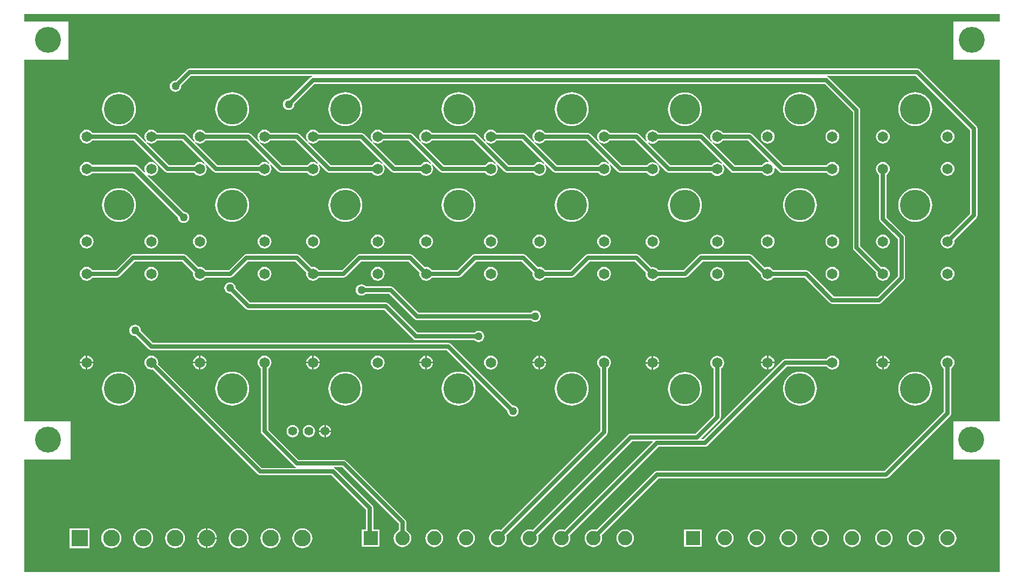
<source format=gbl>
G04*
G04 #@! TF.GenerationSoftware,Altium Limited,Altium Designer,19.1.8 (144)*
G04*
G04 Layer_Physical_Order=2*
G04 Layer_Color=16711680*
%FSLAX25Y25*%
%MOIN*%
G70*
G01*
G75*
%ADD23C,0.02500*%
%ADD24C,0.06496*%
%ADD25C,0.18898*%
%ADD26R,0.08858X0.08858*%
%ADD27C,0.08858*%
%ADD28C,0.05512*%
%ADD29C,0.10335*%
%ADD30R,0.10335X0.10335*%
%ADD31C,0.05000*%
%ADD32C,0.16000*%
%ADD33C,0.03000*%
G36*
X724721Y453750D02*
X696250D01*
Y430000D01*
X724721D01*
X724721Y206250D01*
X696250D01*
Y182500D01*
X724721D01*
Y112779D01*
X121529D01*
X121529Y182500D01*
X150000D01*
Y206250D01*
X121529D01*
X121529Y430000D01*
X148750D01*
Y453750D01*
X121529D01*
Y458471D01*
X724721D01*
Y453750D01*
D02*
G37*
%LPC*%
G36*
X672500Y410068D02*
X670860Y409939D01*
X669261Y409555D01*
X667742Y408925D01*
X666339Y408066D01*
X665089Y406998D01*
X664021Y405747D01*
X663161Y404345D01*
X662532Y402825D01*
X662148Y401226D01*
X662019Y399587D01*
X662148Y397947D01*
X662532Y396348D01*
X663161Y394828D01*
X664021Y393426D01*
X665089Y392175D01*
X666339Y391107D01*
X667742Y390248D01*
X669261Y389618D01*
X670860Y389234D01*
X672500Y389106D01*
X674140Y389234D01*
X675739Y389618D01*
X677258Y390248D01*
X678661Y391107D01*
X679911Y392175D01*
X680979Y393426D01*
X681839Y394828D01*
X682468Y396348D01*
X682852Y397947D01*
X682981Y399587D01*
X682852Y401226D01*
X682468Y402825D01*
X681839Y404345D01*
X680979Y405747D01*
X679911Y406998D01*
X678661Y408066D01*
X677258Y408925D01*
X675739Y409555D01*
X674140Y409939D01*
X672500Y410068D01*
D02*
G37*
G36*
X601250D02*
X599610Y409939D01*
X598011Y409555D01*
X596492Y408925D01*
X595089Y408066D01*
X593839Y406998D01*
X592771Y405747D01*
X591911Y404345D01*
X591282Y402825D01*
X590898Y401226D01*
X590769Y399587D01*
X590898Y397947D01*
X591282Y396348D01*
X591911Y394828D01*
X592771Y393426D01*
X593839Y392175D01*
X595089Y391107D01*
X596492Y390248D01*
X598011Y389618D01*
X599610Y389234D01*
X601250Y389106D01*
X602890Y389234D01*
X604489Y389618D01*
X606008Y390248D01*
X607411Y391107D01*
X608661Y392175D01*
X609729Y393426D01*
X610589Y394828D01*
X611218Y396348D01*
X611602Y397947D01*
X611731Y399587D01*
X611602Y401226D01*
X611218Y402825D01*
X610589Y404345D01*
X609729Y405747D01*
X608661Y406998D01*
X607411Y408066D01*
X606008Y408925D01*
X604489Y409555D01*
X602890Y409939D01*
X601250Y410068D01*
D02*
G37*
G36*
X460000D02*
X458360Y409939D01*
X456761Y409555D01*
X455242Y408925D01*
X453839Y408066D01*
X452589Y406998D01*
X451521Y405747D01*
X450661Y404345D01*
X450032Y402825D01*
X449648Y401226D01*
X449519Y399587D01*
X449648Y397947D01*
X450032Y396348D01*
X450661Y394828D01*
X451521Y393426D01*
X452589Y392175D01*
X453839Y391107D01*
X455242Y390248D01*
X456761Y389618D01*
X458360Y389234D01*
X460000Y389106D01*
X461640Y389234D01*
X463239Y389618D01*
X464758Y390248D01*
X466161Y391107D01*
X467411Y392175D01*
X468479Y393426D01*
X469339Y394828D01*
X469968Y396348D01*
X470352Y397947D01*
X470481Y399587D01*
X470352Y401226D01*
X469968Y402825D01*
X469339Y404345D01*
X468479Y405747D01*
X467411Y406998D01*
X466161Y408066D01*
X464758Y408925D01*
X463239Y409555D01*
X461640Y409939D01*
X460000Y410068D01*
D02*
G37*
G36*
X390000D02*
X388360Y409939D01*
X386761Y409555D01*
X385242Y408925D01*
X383839Y408066D01*
X382589Y406998D01*
X381521Y405747D01*
X380661Y404345D01*
X380032Y402825D01*
X379648Y401226D01*
X379519Y399587D01*
X379648Y397947D01*
X380032Y396348D01*
X380661Y394828D01*
X381521Y393426D01*
X382589Y392175D01*
X383839Y391107D01*
X385242Y390248D01*
X386761Y389618D01*
X388360Y389234D01*
X390000Y389106D01*
X391640Y389234D01*
X393239Y389618D01*
X394758Y390248D01*
X396161Y391107D01*
X397411Y392175D01*
X398479Y393426D01*
X399339Y394828D01*
X399968Y396348D01*
X400352Y397947D01*
X400481Y399587D01*
X400352Y401226D01*
X399968Y402825D01*
X399339Y404345D01*
X398479Y405747D01*
X397411Y406998D01*
X396161Y408066D01*
X394758Y408925D01*
X393239Y409555D01*
X391640Y409939D01*
X390000Y410068D01*
D02*
G37*
G36*
X320000D02*
X318360Y409939D01*
X316761Y409555D01*
X315242Y408925D01*
X313839Y408066D01*
X312589Y406998D01*
X311521Y405747D01*
X310661Y404345D01*
X310032Y402825D01*
X309648Y401226D01*
X309519Y399587D01*
X309648Y397947D01*
X310032Y396348D01*
X310661Y394828D01*
X311521Y393426D01*
X312589Y392175D01*
X313839Y391107D01*
X315242Y390248D01*
X316761Y389618D01*
X318360Y389234D01*
X320000Y389106D01*
X321640Y389234D01*
X323239Y389618D01*
X324758Y390248D01*
X326161Y391107D01*
X327411Y392175D01*
X328479Y393426D01*
X329339Y394828D01*
X329968Y396348D01*
X330352Y397947D01*
X330481Y399587D01*
X330352Y401226D01*
X329968Y402825D01*
X329339Y404345D01*
X328479Y405747D01*
X327411Y406998D01*
X326161Y408066D01*
X324758Y408925D01*
X323239Y409555D01*
X321640Y409939D01*
X320000Y410068D01*
D02*
G37*
G36*
X250000D02*
X248360Y409939D01*
X246761Y409555D01*
X245242Y408925D01*
X243839Y408066D01*
X242589Y406998D01*
X241521Y405747D01*
X240661Y404345D01*
X240032Y402825D01*
X239648Y401226D01*
X239519Y399587D01*
X239648Y397947D01*
X240032Y396348D01*
X240661Y394828D01*
X241521Y393426D01*
X242589Y392175D01*
X243839Y391107D01*
X245242Y390248D01*
X246761Y389618D01*
X248360Y389234D01*
X250000Y389106D01*
X251640Y389234D01*
X253239Y389618D01*
X254758Y390248D01*
X256161Y391107D01*
X257411Y392175D01*
X258479Y393426D01*
X259339Y394828D01*
X259968Y396348D01*
X260352Y397947D01*
X260481Y399587D01*
X260352Y401226D01*
X259968Y402825D01*
X259339Y404345D01*
X258479Y405747D01*
X257411Y406998D01*
X256161Y408066D01*
X254758Y408925D01*
X253239Y409555D01*
X251640Y409939D01*
X250000Y410068D01*
D02*
G37*
G36*
X180000D02*
X178360Y409939D01*
X176761Y409555D01*
X175242Y408925D01*
X173839Y408066D01*
X172589Y406998D01*
X171521Y405747D01*
X170661Y404345D01*
X170032Y402825D01*
X169648Y401226D01*
X169519Y399587D01*
X169648Y397947D01*
X170032Y396348D01*
X170661Y394828D01*
X171521Y393426D01*
X172589Y392175D01*
X173839Y391107D01*
X175242Y390248D01*
X176761Y389618D01*
X178360Y389234D01*
X180000Y389106D01*
X181640Y389234D01*
X183239Y389618D01*
X184758Y390248D01*
X186161Y391107D01*
X187411Y392175D01*
X188479Y393426D01*
X189339Y394828D01*
X189968Y396348D01*
X190352Y397947D01*
X190481Y399587D01*
X190352Y401226D01*
X189968Y402825D01*
X189339Y404345D01*
X188479Y405747D01*
X187411Y406998D01*
X186161Y408066D01*
X184758Y408925D01*
X183239Y409555D01*
X181640Y409939D01*
X180000Y410068D01*
D02*
G37*
G36*
X530000Y409930D02*
X528360Y409801D01*
X526761Y409417D01*
X525242Y408788D01*
X523839Y407928D01*
X522589Y406860D01*
X521521Y405610D01*
X520661Y404207D01*
X520032Y402688D01*
X519648Y401088D01*
X519519Y399449D01*
X519648Y397809D01*
X520032Y396210D01*
X520661Y394690D01*
X521521Y393288D01*
X522589Y392038D01*
X523839Y390969D01*
X525242Y390110D01*
X526761Y389481D01*
X528360Y389097D01*
X530000Y388968D01*
X531640Y389097D01*
X533239Y389481D01*
X534758Y390110D01*
X536161Y390969D01*
X537411Y392038D01*
X538479Y393288D01*
X539339Y394690D01*
X539968Y396210D01*
X540352Y397809D01*
X540481Y399449D01*
X540352Y401088D01*
X539968Y402688D01*
X539339Y404207D01*
X538479Y405610D01*
X537411Y406860D01*
X536161Y407928D01*
X534758Y408788D01*
X533239Y409417D01*
X531640Y409801D01*
X530000Y409930D01*
D02*
G37*
G36*
X480000Y386785D02*
X478891Y386639D01*
X477858Y386211D01*
X476970Y385530D01*
X476289Y384642D01*
X475861Y383609D01*
X475715Y382500D01*
X475861Y381391D01*
X476289Y380358D01*
X476716Y379801D01*
X476934Y379517D01*
X476558Y379187D01*
X471622Y384122D01*
X470878Y384619D01*
X470000Y384794D01*
X443594D01*
X443030Y385530D01*
X442142Y386211D01*
X441109Y386639D01*
X440000Y386785D01*
X438891Y386639D01*
X437858Y386211D01*
X436970Y385530D01*
X436289Y384642D01*
X435861Y383609D01*
X435715Y382500D01*
X435861Y381391D01*
X436289Y380358D01*
X436641Y379900D01*
X436537Y379588D01*
X436386Y379410D01*
X436332Y379412D01*
X431622Y384122D01*
X430878Y384619D01*
X430000Y384794D01*
X413594D01*
X413030Y385530D01*
X412142Y386211D01*
X411109Y386639D01*
X410000Y386785D01*
X408891Y386639D01*
X407858Y386211D01*
X406970Y385530D01*
X406289Y384642D01*
X405861Y383609D01*
X405715Y382500D01*
X405861Y381391D01*
X406289Y380358D01*
X406640Y379900D01*
X406537Y379588D01*
X406386Y379410D01*
X406332Y379412D01*
X401622Y384122D01*
X400878Y384619D01*
X400000Y384794D01*
X373594D01*
X373030Y385530D01*
X372142Y386211D01*
X371109Y386639D01*
X370000Y386785D01*
X368891Y386639D01*
X367858Y386211D01*
X366970Y385530D01*
X366289Y384642D01*
X365861Y383609D01*
X365715Y382500D01*
X365861Y381391D01*
X366289Y380358D01*
X366640Y379900D01*
X366537Y379588D01*
X366386Y379410D01*
X366332Y379412D01*
X361622Y384122D01*
X360878Y384619D01*
X360000Y384794D01*
X343594D01*
X343030Y385530D01*
X342142Y386211D01*
X341109Y386639D01*
X340000Y386785D01*
X338891Y386639D01*
X337858Y386211D01*
X336970Y385530D01*
X336289Y384642D01*
X335861Y383609D01*
X335715Y382500D01*
X335861Y381391D01*
X336289Y380358D01*
X336641Y379900D01*
X336537Y379588D01*
X336386Y379410D01*
X336332Y379412D01*
X331622Y384122D01*
X330878Y384619D01*
X330000Y384794D01*
X303594D01*
X303030Y385530D01*
X302142Y386211D01*
X301109Y386639D01*
X300000Y386785D01*
X298891Y386639D01*
X297858Y386211D01*
X296970Y385530D01*
X296289Y384642D01*
X295861Y383609D01*
X295715Y382500D01*
X295861Y381391D01*
X296289Y380358D01*
X296640Y379900D01*
X296537Y379588D01*
X296386Y379410D01*
X296332Y379412D01*
X291622Y384122D01*
X290878Y384619D01*
X290000Y384794D01*
X273594D01*
X273030Y385530D01*
X272142Y386211D01*
X271109Y386639D01*
X270000Y386785D01*
X268891Y386639D01*
X267858Y386211D01*
X266970Y385530D01*
X266289Y384642D01*
X265861Y383609D01*
X265715Y382500D01*
X265861Y381391D01*
X266289Y380358D01*
X266640Y379900D01*
X266537Y379588D01*
X266386Y379410D01*
X266332Y379412D01*
X261622Y384122D01*
X260878Y384619D01*
X260000Y384794D01*
X233594D01*
X233030Y385530D01*
X232142Y386211D01*
X231109Y386639D01*
X230000Y386785D01*
X228891Y386639D01*
X227858Y386211D01*
X226970Y385530D01*
X226289Y384642D01*
X225861Y383609D01*
X225715Y382500D01*
X225861Y381391D01*
X226289Y380358D01*
X226641Y379900D01*
X226537Y379588D01*
X226386Y379410D01*
X226332Y379412D01*
X221622Y384122D01*
X220878Y384619D01*
X220000Y384794D01*
X203594D01*
X203030Y385530D01*
X202142Y386211D01*
X201109Y386639D01*
X200000Y386785D01*
X198891Y386639D01*
X197858Y386211D01*
X196970Y385530D01*
X196289Y384642D01*
X195861Y383609D01*
X195715Y382500D01*
X195861Y381391D01*
X196289Y380358D01*
X196641Y379900D01*
X196537Y379588D01*
X196386Y379410D01*
X196332Y379412D01*
X191622Y384122D01*
X190878Y384619D01*
X190000Y384794D01*
X163594D01*
X163030Y385530D01*
X162142Y386211D01*
X161109Y386639D01*
X160000Y386785D01*
X158891Y386639D01*
X157858Y386211D01*
X156970Y385530D01*
X156289Y384642D01*
X155861Y383609D01*
X155715Y382500D01*
X155861Y381391D01*
X156289Y380358D01*
X156970Y379470D01*
X157858Y378789D01*
X158891Y378361D01*
X160000Y378215D01*
X161109Y378361D01*
X162142Y378789D01*
X163030Y379470D01*
X163594Y380206D01*
X189050D01*
X203313Y365942D01*
X202983Y365566D01*
X202699Y365784D01*
X202142Y366211D01*
X201109Y366639D01*
X200000Y366785D01*
X198891Y366639D01*
X197858Y366211D01*
X196970Y365530D01*
X196289Y364642D01*
X195861Y363609D01*
X195715Y362500D01*
X195861Y361391D01*
X196173Y360639D01*
X195749Y360356D01*
X191802Y364302D01*
X190975Y364855D01*
X190000Y365049D01*
X163399D01*
X163030Y365530D01*
X162142Y366211D01*
X161109Y366639D01*
X160000Y366785D01*
X158891Y366639D01*
X157858Y366211D01*
X156970Y365530D01*
X156289Y364642D01*
X155861Y363609D01*
X155715Y362500D01*
X155861Y361391D01*
X156289Y360358D01*
X156970Y359470D01*
X157858Y358789D01*
X158891Y358361D01*
X160000Y358215D01*
X161109Y358361D01*
X162142Y358789D01*
X163030Y359470D01*
X163399Y359951D01*
X188944D01*
X216481Y332414D01*
X216590Y331586D01*
X216943Y330735D01*
X217504Y330004D01*
X218235Y329443D01*
X219086Y329090D01*
X220000Y328970D01*
X220914Y329090D01*
X221765Y329443D01*
X222496Y330004D01*
X223057Y330735D01*
X223410Y331586D01*
X223530Y332500D01*
X223410Y333414D01*
X223057Y334265D01*
X222496Y334996D01*
X221765Y335557D01*
X220914Y335910D01*
X220086Y336019D01*
X197856Y358249D01*
X198139Y358673D01*
X198891Y358361D01*
X200000Y358215D01*
X201109Y358361D01*
X202142Y358789D01*
X203030Y359470D01*
X203711Y360358D01*
X204139Y361391D01*
X204285Y362500D01*
X204139Y363609D01*
X203711Y364642D01*
X203284Y365199D01*
X203066Y365483D01*
X203442Y365813D01*
X208378Y360878D01*
X209122Y360381D01*
X210000Y360206D01*
X226406D01*
X226970Y359470D01*
X227858Y358789D01*
X228891Y358361D01*
X230000Y358215D01*
X231109Y358361D01*
X232142Y358789D01*
X233030Y359470D01*
X233711Y360358D01*
X234139Y361391D01*
X234285Y362500D01*
X234139Y363609D01*
X233711Y364642D01*
X233360Y365100D01*
X233463Y365412D01*
X233614Y365590D01*
X233668Y365588D01*
X238378Y360878D01*
X239122Y360381D01*
X240000Y360206D01*
X266406D01*
X266970Y359470D01*
X267858Y358789D01*
X268891Y358361D01*
X270000Y358215D01*
X271109Y358361D01*
X272142Y358789D01*
X273030Y359470D01*
X273711Y360358D01*
X274139Y361391D01*
X274285Y362500D01*
X274139Y363609D01*
X273711Y364642D01*
X273359Y365100D01*
X273463Y365412D01*
X273614Y365590D01*
X273668Y365588D01*
X278378Y360878D01*
X279122Y360381D01*
X280000Y360206D01*
X296406D01*
X296970Y359470D01*
X297858Y358789D01*
X298891Y358361D01*
X300000Y358215D01*
X301109Y358361D01*
X302142Y358789D01*
X303030Y359470D01*
X303711Y360358D01*
X304139Y361391D01*
X304285Y362500D01*
X304139Y363609D01*
X303711Y364642D01*
X303360Y365100D01*
X303463Y365412D01*
X303614Y365590D01*
X303668Y365588D01*
X308378Y360878D01*
X309122Y360381D01*
X310000Y360206D01*
X336406D01*
X336970Y359470D01*
X337858Y358789D01*
X338891Y358361D01*
X340000Y358215D01*
X341109Y358361D01*
X342142Y358789D01*
X343030Y359470D01*
X343711Y360358D01*
X344139Y361391D01*
X344285Y362500D01*
X344139Y363609D01*
X343711Y364642D01*
X343359Y365100D01*
X343463Y365412D01*
X343614Y365590D01*
X343668Y365588D01*
X348378Y360878D01*
X349122Y360381D01*
X350000Y360206D01*
X366406D01*
X366970Y359470D01*
X367858Y358789D01*
X368891Y358361D01*
X370000Y358215D01*
X371109Y358361D01*
X372142Y358789D01*
X373030Y359470D01*
X373711Y360358D01*
X374139Y361391D01*
X374285Y362500D01*
X374139Y363609D01*
X373711Y364642D01*
X373359Y365100D01*
X373463Y365412D01*
X373614Y365590D01*
X373668Y365588D01*
X378378Y360878D01*
X379122Y360381D01*
X380000Y360206D01*
X406406D01*
X406970Y359470D01*
X407858Y358789D01*
X408891Y358361D01*
X410000Y358215D01*
X411109Y358361D01*
X412142Y358789D01*
X413030Y359470D01*
X413711Y360358D01*
X414139Y361391D01*
X414285Y362500D01*
X414139Y363609D01*
X413711Y364642D01*
X413359Y365100D01*
X413463Y365412D01*
X413614Y365590D01*
X413668Y365588D01*
X418378Y360878D01*
X419122Y360381D01*
X420000Y360206D01*
X436406D01*
X436970Y359470D01*
X437858Y358789D01*
X438891Y358361D01*
X440000Y358215D01*
X441109Y358361D01*
X442142Y358789D01*
X443030Y359470D01*
X443711Y360358D01*
X444139Y361391D01*
X444285Y362500D01*
X444139Y363609D01*
X443711Y364642D01*
X443360Y365100D01*
X443463Y365412D01*
X443614Y365590D01*
X443668Y365588D01*
X448378Y360878D01*
X449122Y360381D01*
X450000Y360206D01*
X476406D01*
X476970Y359470D01*
X477858Y358789D01*
X478891Y358361D01*
X480000Y358215D01*
X481109Y358361D01*
X482142Y358789D01*
X483030Y359470D01*
X483711Y360358D01*
X484139Y361391D01*
X484285Y362500D01*
X484139Y363609D01*
X483711Y364642D01*
X483359Y365100D01*
X483463Y365412D01*
X483614Y365590D01*
X483668Y365588D01*
X488378Y360878D01*
X489122Y360381D01*
X490000Y360206D01*
X506300D01*
X506970Y359332D01*
X507858Y358652D01*
X508891Y358224D01*
X510000Y358078D01*
X511109Y358224D01*
X512142Y358652D01*
X513030Y359332D01*
X513711Y360220D01*
X514139Y361253D01*
X514285Y362362D01*
X514139Y363471D01*
X513711Y364505D01*
X513030Y365392D01*
X512142Y366073D01*
X511109Y366501D01*
X510000Y366647D01*
X508891Y366501D01*
X507858Y366073D01*
X506970Y365392D01*
X506511Y364794D01*
X490950D01*
X476687Y379058D01*
X477017Y379434D01*
X477301Y379216D01*
X477858Y378789D01*
X478891Y378361D01*
X480000Y378215D01*
X481109Y378361D01*
X482142Y378789D01*
X483030Y379470D01*
X483594Y380206D01*
X499050D01*
X518378Y360878D01*
X519122Y360381D01*
X520000Y360206D01*
X546300D01*
X546970Y359332D01*
X547858Y358652D01*
X548891Y358224D01*
X550000Y358078D01*
X551109Y358224D01*
X552142Y358652D01*
X553030Y359332D01*
X553711Y360220D01*
X554139Y361253D01*
X554285Y362362D01*
X554139Y363471D01*
X553711Y364505D01*
X553360Y364962D01*
X553463Y365274D01*
X553614Y365452D01*
X553668Y365450D01*
X558378Y360740D01*
X559122Y360243D01*
X560000Y360068D01*
X577762D01*
X578220Y359470D01*
X579108Y358789D01*
X580141Y358361D01*
X581250Y358215D01*
X582359Y358361D01*
X583392Y358789D01*
X584280Y359470D01*
X584961Y360358D01*
X585389Y361391D01*
X585535Y362500D01*
X585478Y362933D01*
X585951Y363167D01*
X588378Y360740D01*
X589122Y360243D01*
X590000Y360068D01*
X617762D01*
X618220Y359470D01*
X619108Y358789D01*
X620141Y358361D01*
X621250Y358215D01*
X622359Y358361D01*
X623392Y358789D01*
X624280Y359470D01*
X624961Y360358D01*
X625389Y361391D01*
X625535Y362500D01*
X625389Y363609D01*
X624961Y364642D01*
X624280Y365530D01*
X623392Y366211D01*
X622359Y366639D01*
X621250Y366785D01*
X620141Y366639D01*
X619108Y366211D01*
X618220Y365530D01*
X617550Y364656D01*
X590950D01*
X571622Y383984D01*
X570878Y384482D01*
X570000Y384656D01*
X553594D01*
X553030Y385392D01*
X552142Y386073D01*
X551109Y386501D01*
X550000Y386647D01*
X548891Y386501D01*
X547858Y386073D01*
X546970Y385392D01*
X546289Y384505D01*
X545861Y383471D01*
X545715Y382362D01*
X545861Y381253D01*
X546289Y380220D01*
X546640Y379762D01*
X546537Y379451D01*
X546386Y379272D01*
X546332Y379274D01*
X541622Y383984D01*
X540878Y384482D01*
X540000Y384656D01*
X513594D01*
X513030Y385392D01*
X512142Y386073D01*
X511109Y386501D01*
X510000Y386647D01*
X508891Y386501D01*
X507858Y386073D01*
X506970Y385392D01*
X506289Y384505D01*
X505861Y383471D01*
X505715Y382362D01*
X505861Y381253D01*
X506289Y380220D01*
X506480Y379972D01*
X506103Y379641D01*
X501622Y384122D01*
X500878Y384619D01*
X500000Y384794D01*
X483594D01*
X483030Y385530D01*
X482142Y386211D01*
X481109Y386639D01*
X480000Y386785D01*
D02*
G37*
G36*
X692500D02*
X691391Y386639D01*
X690358Y386211D01*
X689470Y385530D01*
X688789Y384642D01*
X688361Y383609D01*
X688215Y382500D01*
X688361Y381391D01*
X688789Y380358D01*
X689470Y379470D01*
X690358Y378789D01*
X691391Y378361D01*
X692500Y378215D01*
X693609Y378361D01*
X694642Y378789D01*
X695530Y379470D01*
X696211Y380358D01*
X696639Y381391D01*
X696785Y382500D01*
X696639Y383609D01*
X696211Y384642D01*
X695530Y385530D01*
X694642Y386211D01*
X693609Y386639D01*
X692500Y386785D01*
D02*
G37*
G36*
X652500D02*
X651391Y386639D01*
X650358Y386211D01*
X649470Y385530D01*
X648789Y384642D01*
X648361Y383609D01*
X648215Y382500D01*
X648361Y381391D01*
X648789Y380358D01*
X649470Y379470D01*
X650358Y378789D01*
X651391Y378361D01*
X652500Y378215D01*
X653609Y378361D01*
X654642Y378789D01*
X655530Y379470D01*
X656211Y380358D01*
X656639Y381391D01*
X656785Y382500D01*
X656639Y383609D01*
X656211Y384642D01*
X655530Y385530D01*
X654642Y386211D01*
X653609Y386639D01*
X652500Y386785D01*
D02*
G37*
G36*
X621250D02*
X620141Y386639D01*
X619108Y386211D01*
X618220Y385530D01*
X617539Y384642D01*
X617111Y383609D01*
X616965Y382500D01*
X617111Y381391D01*
X617539Y380358D01*
X618220Y379470D01*
X619108Y378789D01*
X620141Y378361D01*
X621250Y378215D01*
X622359Y378361D01*
X623392Y378789D01*
X624280Y379470D01*
X624961Y380358D01*
X625389Y381391D01*
X625535Y382500D01*
X625389Y383609D01*
X624961Y384642D01*
X624280Y385530D01*
X623392Y386211D01*
X622359Y386639D01*
X621250Y386785D01*
D02*
G37*
G36*
X581250D02*
X580141Y386639D01*
X579108Y386211D01*
X578220Y385530D01*
X577539Y384642D01*
X577111Y383609D01*
X576965Y382500D01*
X577111Y381391D01*
X577539Y380358D01*
X578220Y379470D01*
X579108Y378789D01*
X580141Y378361D01*
X581250Y378215D01*
X582359Y378361D01*
X583392Y378789D01*
X584280Y379470D01*
X584961Y380358D01*
X585389Y381391D01*
X585535Y382500D01*
X585389Y383609D01*
X584961Y384642D01*
X584280Y385530D01*
X583392Y386211D01*
X582359Y386639D01*
X581250Y386785D01*
D02*
G37*
G36*
X692500Y366785D02*
X691391Y366639D01*
X690358Y366211D01*
X689470Y365530D01*
X688789Y364642D01*
X688361Y363609D01*
X688215Y362500D01*
X688361Y361391D01*
X688789Y360358D01*
X689470Y359470D01*
X690358Y358789D01*
X691391Y358361D01*
X692500Y358215D01*
X693609Y358361D01*
X694642Y358789D01*
X695530Y359470D01*
X696211Y360358D01*
X696639Y361391D01*
X696785Y362500D01*
X696639Y363609D01*
X696211Y364642D01*
X695530Y365530D01*
X694642Y366211D01*
X693609Y366639D01*
X692500Y366785D01*
D02*
G37*
G36*
X672500Y350619D02*
X670860Y350490D01*
X669261Y350106D01*
X667742Y349477D01*
X666339Y348617D01*
X665089Y347549D01*
X664021Y346298D01*
X663161Y344896D01*
X662532Y343377D01*
X662148Y341777D01*
X662019Y340138D01*
X662148Y338498D01*
X662532Y336899D01*
X663161Y335380D01*
X664021Y333977D01*
X665089Y332727D01*
X666339Y331658D01*
X667742Y330799D01*
X669261Y330170D01*
X670860Y329786D01*
X672500Y329657D01*
X674140Y329786D01*
X675739Y330170D01*
X677258Y330799D01*
X678661Y331658D01*
X679911Y332727D01*
X680979Y333977D01*
X681839Y335380D01*
X682468Y336899D01*
X682852Y338498D01*
X682981Y340138D01*
X682852Y341777D01*
X682468Y343377D01*
X681839Y344896D01*
X680979Y346298D01*
X679911Y347549D01*
X678661Y348617D01*
X677258Y349477D01*
X675739Y350106D01*
X674140Y350490D01*
X672500Y350619D01*
D02*
G37*
G36*
X601250D02*
X599610Y350490D01*
X598011Y350106D01*
X596492Y349477D01*
X595089Y348617D01*
X593839Y347549D01*
X592771Y346298D01*
X591911Y344896D01*
X591282Y343377D01*
X590898Y341777D01*
X590769Y340138D01*
X590898Y338498D01*
X591282Y336899D01*
X591911Y335380D01*
X592771Y333977D01*
X593839Y332727D01*
X595089Y331658D01*
X596492Y330799D01*
X598011Y330170D01*
X599610Y329786D01*
X601250Y329657D01*
X602890Y329786D01*
X604489Y330170D01*
X606008Y330799D01*
X607411Y331658D01*
X608661Y332727D01*
X609729Y333977D01*
X610589Y335380D01*
X611218Y336899D01*
X611602Y338498D01*
X611731Y340138D01*
X611602Y341777D01*
X611218Y343377D01*
X610589Y344896D01*
X609729Y346298D01*
X608661Y347549D01*
X607411Y348617D01*
X606008Y349477D01*
X604489Y350106D01*
X602890Y350490D01*
X601250Y350619D01*
D02*
G37*
G36*
X460000D02*
X458360Y350490D01*
X456761Y350106D01*
X455242Y349477D01*
X453839Y348617D01*
X452589Y347549D01*
X451521Y346298D01*
X450661Y344896D01*
X450032Y343377D01*
X449648Y341777D01*
X449519Y340138D01*
X449648Y338498D01*
X450032Y336899D01*
X450661Y335380D01*
X451521Y333977D01*
X452589Y332727D01*
X453839Y331658D01*
X455242Y330799D01*
X456761Y330170D01*
X458360Y329786D01*
X460000Y329657D01*
X461640Y329786D01*
X463239Y330170D01*
X464758Y330799D01*
X466161Y331658D01*
X467411Y332727D01*
X468479Y333977D01*
X469339Y335380D01*
X469968Y336899D01*
X470352Y338498D01*
X470481Y340138D01*
X470352Y341777D01*
X469968Y343377D01*
X469339Y344896D01*
X468479Y346298D01*
X467411Y347549D01*
X466161Y348617D01*
X464758Y349477D01*
X463239Y350106D01*
X461640Y350490D01*
X460000Y350619D01*
D02*
G37*
G36*
X390000D02*
X388360Y350490D01*
X386761Y350106D01*
X385242Y349477D01*
X383839Y348617D01*
X382589Y347549D01*
X381521Y346298D01*
X380661Y344896D01*
X380032Y343377D01*
X379648Y341777D01*
X379519Y340138D01*
X379648Y338498D01*
X380032Y336899D01*
X380661Y335380D01*
X381521Y333977D01*
X382589Y332727D01*
X383839Y331658D01*
X385242Y330799D01*
X386761Y330170D01*
X388360Y329786D01*
X390000Y329657D01*
X391640Y329786D01*
X393239Y330170D01*
X394758Y330799D01*
X396161Y331658D01*
X397411Y332727D01*
X398479Y333977D01*
X399339Y335380D01*
X399968Y336899D01*
X400352Y338498D01*
X400481Y340138D01*
X400352Y341777D01*
X399968Y343377D01*
X399339Y344896D01*
X398479Y346298D01*
X397411Y347549D01*
X396161Y348617D01*
X394758Y349477D01*
X393239Y350106D01*
X391640Y350490D01*
X390000Y350619D01*
D02*
G37*
G36*
X320000D02*
X318360Y350490D01*
X316761Y350106D01*
X315242Y349477D01*
X313839Y348617D01*
X312589Y347549D01*
X311521Y346298D01*
X310661Y344896D01*
X310032Y343377D01*
X309648Y341777D01*
X309519Y340138D01*
X309648Y338498D01*
X310032Y336899D01*
X310661Y335380D01*
X311521Y333977D01*
X312589Y332727D01*
X313839Y331658D01*
X315242Y330799D01*
X316761Y330170D01*
X318360Y329786D01*
X320000Y329657D01*
X321640Y329786D01*
X323239Y330170D01*
X324758Y330799D01*
X326161Y331658D01*
X327411Y332727D01*
X328479Y333977D01*
X329339Y335380D01*
X329968Y336899D01*
X330352Y338498D01*
X330481Y340138D01*
X330352Y341777D01*
X329968Y343377D01*
X329339Y344896D01*
X328479Y346298D01*
X327411Y347549D01*
X326161Y348617D01*
X324758Y349477D01*
X323239Y350106D01*
X321640Y350490D01*
X320000Y350619D01*
D02*
G37*
G36*
X250000D02*
X248360Y350490D01*
X246761Y350106D01*
X245242Y349477D01*
X243839Y348617D01*
X242589Y347549D01*
X241521Y346298D01*
X240661Y344896D01*
X240032Y343377D01*
X239648Y341777D01*
X239519Y340138D01*
X239648Y338498D01*
X240032Y336899D01*
X240661Y335380D01*
X241521Y333977D01*
X242589Y332727D01*
X243839Y331658D01*
X245242Y330799D01*
X246761Y330170D01*
X248360Y329786D01*
X250000Y329657D01*
X251640Y329786D01*
X253239Y330170D01*
X254758Y330799D01*
X256161Y331658D01*
X257411Y332727D01*
X258479Y333977D01*
X259339Y335380D01*
X259968Y336899D01*
X260352Y338498D01*
X260481Y340138D01*
X260352Y341777D01*
X259968Y343377D01*
X259339Y344896D01*
X258479Y346298D01*
X257411Y347549D01*
X256161Y348617D01*
X254758Y349477D01*
X253239Y350106D01*
X251640Y350490D01*
X250000Y350619D01*
D02*
G37*
G36*
X180000D02*
X178360Y350490D01*
X176761Y350106D01*
X175242Y349477D01*
X173839Y348617D01*
X172589Y347549D01*
X171521Y346298D01*
X170661Y344896D01*
X170032Y343377D01*
X169648Y341777D01*
X169519Y340138D01*
X169648Y338498D01*
X170032Y336899D01*
X170661Y335380D01*
X171521Y333977D01*
X172589Y332727D01*
X173839Y331658D01*
X175242Y330799D01*
X176761Y330170D01*
X178360Y329786D01*
X180000Y329657D01*
X181640Y329786D01*
X183239Y330170D01*
X184758Y330799D01*
X186161Y331658D01*
X187411Y332727D01*
X188479Y333977D01*
X189339Y335380D01*
X189968Y336899D01*
X190352Y338498D01*
X190481Y340138D01*
X190352Y341777D01*
X189968Y343377D01*
X189339Y344896D01*
X188479Y346298D01*
X187411Y347549D01*
X186161Y348617D01*
X184758Y349477D01*
X183239Y350106D01*
X181640Y350490D01*
X180000Y350619D01*
D02*
G37*
G36*
X530000Y350481D02*
X528360Y350352D01*
X526761Y349968D01*
X525242Y349339D01*
X523839Y348479D01*
X522589Y347411D01*
X521521Y346161D01*
X520661Y344758D01*
X520032Y343239D01*
X519648Y341640D01*
X519519Y340000D01*
X519648Y338360D01*
X520032Y336761D01*
X520661Y335242D01*
X521521Y333839D01*
X522589Y332589D01*
X523839Y331521D01*
X525242Y330661D01*
X526761Y330032D01*
X528360Y329648D01*
X530000Y329519D01*
X531640Y329648D01*
X533239Y330032D01*
X534758Y330661D01*
X536161Y331521D01*
X537411Y332589D01*
X538479Y333839D01*
X539339Y335242D01*
X539968Y336761D01*
X540352Y338360D01*
X540481Y340000D01*
X540352Y341640D01*
X539968Y343239D01*
X539339Y344758D01*
X538479Y346161D01*
X537411Y347411D01*
X536161Y348479D01*
X534758Y349339D01*
X533239Y349968D01*
X531640Y350352D01*
X530000Y350481D01*
D02*
G37*
G36*
X673750Y424794D02*
X223750D01*
X222872Y424619D01*
X222128Y424122D01*
X215253Y417247D01*
X215000Y417280D01*
X214086Y417160D01*
X213235Y416807D01*
X212504Y416246D01*
X211943Y415515D01*
X211590Y414664D01*
X211470Y413750D01*
X211590Y412836D01*
X211943Y411985D01*
X212504Y411254D01*
X213235Y410693D01*
X214086Y410340D01*
X215000Y410220D01*
X215914Y410340D01*
X216765Y410693D01*
X217496Y411254D01*
X218057Y411985D01*
X218410Y412836D01*
X218530Y413750D01*
X218497Y414003D01*
X224700Y420206D01*
X299507D01*
X299557Y419706D01*
X299122Y419619D01*
X298378Y419122D01*
X285253Y405997D01*
X285000Y406030D01*
X284086Y405910D01*
X283235Y405557D01*
X282504Y404996D01*
X281943Y404265D01*
X281590Y403414D01*
X281470Y402500D01*
X281590Y401586D01*
X281943Y400735D01*
X282504Y400004D01*
X283235Y399443D01*
X284086Y399090D01*
X285000Y398970D01*
X285914Y399090D01*
X286765Y399443D01*
X287496Y400004D01*
X288057Y400735D01*
X288410Y401586D01*
X288530Y402500D01*
X288497Y402753D01*
X300950Y415206D01*
X616550D01*
X633956Y397800D01*
Y313750D01*
X634131Y312872D01*
X634628Y312128D01*
X648336Y298419D01*
X648215Y297500D01*
X648361Y296391D01*
X648789Y295358D01*
X649470Y294470D01*
X650358Y293789D01*
X651391Y293361D01*
X652500Y293215D01*
X653609Y293361D01*
X654642Y293789D01*
X655530Y294470D01*
X656211Y295358D01*
X656639Y296391D01*
X656785Y297500D01*
X656639Y298609D01*
X656211Y299642D01*
X655530Y300530D01*
X654642Y301211D01*
X653609Y301639D01*
X652500Y301785D01*
X651581Y301664D01*
X638544Y314700D01*
Y398750D01*
X638369Y399628D01*
X637872Y400372D01*
X619122Y419122D01*
X618378Y419619D01*
X617943Y419706D01*
X617992Y420206D01*
X672800D01*
X706456Y386550D01*
Y334700D01*
X693419Y321664D01*
X692500Y321785D01*
X691391Y321639D01*
X690358Y321211D01*
X689470Y320530D01*
X688789Y319642D01*
X688361Y318609D01*
X688215Y317500D01*
X688361Y316391D01*
X688789Y315358D01*
X689470Y314470D01*
X690358Y313789D01*
X691391Y313361D01*
X692500Y313215D01*
X693609Y313361D01*
X694642Y313789D01*
X695530Y314470D01*
X696211Y315358D01*
X696639Y316391D01*
X696785Y317500D01*
X696664Y318419D01*
X710372Y332128D01*
X710869Y332872D01*
X711044Y333750D01*
Y387500D01*
X710869Y388378D01*
X710372Y389122D01*
X675372Y424122D01*
X674628Y424619D01*
X673750Y424794D01*
D02*
G37*
G36*
X652500Y321785D02*
X651391Y321639D01*
X650358Y321211D01*
X649470Y320530D01*
X648789Y319642D01*
X648361Y318609D01*
X648215Y317500D01*
X648361Y316391D01*
X648789Y315358D01*
X649470Y314470D01*
X650358Y313789D01*
X651391Y313361D01*
X652500Y313215D01*
X653609Y313361D01*
X654642Y313789D01*
X655530Y314470D01*
X656211Y315358D01*
X656639Y316391D01*
X656785Y317500D01*
X656639Y318609D01*
X656211Y319642D01*
X655530Y320530D01*
X654642Y321211D01*
X653609Y321639D01*
X652500Y321785D01*
D02*
G37*
G36*
X621250D02*
X620141Y321639D01*
X619108Y321211D01*
X618220Y320530D01*
X617539Y319642D01*
X617111Y318609D01*
X616965Y317500D01*
X617111Y316391D01*
X617539Y315358D01*
X618220Y314470D01*
X619108Y313789D01*
X620141Y313361D01*
X621250Y313215D01*
X622359Y313361D01*
X623392Y313789D01*
X624280Y314470D01*
X624961Y315358D01*
X625389Y316391D01*
X625535Y317500D01*
X625389Y318609D01*
X624961Y319642D01*
X624280Y320530D01*
X623392Y321211D01*
X622359Y321639D01*
X621250Y321785D01*
D02*
G37*
G36*
X581250D02*
X580141Y321639D01*
X579108Y321211D01*
X578220Y320530D01*
X577539Y319642D01*
X577111Y318609D01*
X576965Y317500D01*
X577111Y316391D01*
X577539Y315358D01*
X578220Y314470D01*
X579108Y313789D01*
X580141Y313361D01*
X581250Y313215D01*
X582359Y313361D01*
X583392Y313789D01*
X584280Y314470D01*
X584961Y315358D01*
X585389Y316391D01*
X585535Y317500D01*
X585389Y318609D01*
X584961Y319642D01*
X584280Y320530D01*
X583392Y321211D01*
X582359Y321639D01*
X581250Y321785D01*
D02*
G37*
G36*
X480000D02*
X478891Y321639D01*
X477858Y321211D01*
X476970Y320530D01*
X476289Y319642D01*
X475861Y318609D01*
X475715Y317500D01*
X475861Y316391D01*
X476289Y315358D01*
X476970Y314470D01*
X477858Y313789D01*
X478891Y313361D01*
X480000Y313215D01*
X481109Y313361D01*
X482142Y313789D01*
X483030Y314470D01*
X483711Y315358D01*
X484139Y316391D01*
X484285Y317500D01*
X484139Y318609D01*
X483711Y319642D01*
X483030Y320530D01*
X482142Y321211D01*
X481109Y321639D01*
X480000Y321785D01*
D02*
G37*
G36*
X440000D02*
X438891Y321639D01*
X437858Y321211D01*
X436970Y320530D01*
X436289Y319642D01*
X435861Y318609D01*
X435715Y317500D01*
X435861Y316391D01*
X436289Y315358D01*
X436970Y314470D01*
X437858Y313789D01*
X438891Y313361D01*
X440000Y313215D01*
X441109Y313361D01*
X442142Y313789D01*
X443030Y314470D01*
X443711Y315358D01*
X444139Y316391D01*
X444285Y317500D01*
X444139Y318609D01*
X443711Y319642D01*
X443030Y320530D01*
X442142Y321211D01*
X441109Y321639D01*
X440000Y321785D01*
D02*
G37*
G36*
X410000D02*
X408891Y321639D01*
X407858Y321211D01*
X406970Y320530D01*
X406289Y319642D01*
X405861Y318609D01*
X405715Y317500D01*
X405861Y316391D01*
X406289Y315358D01*
X406970Y314470D01*
X407858Y313789D01*
X408891Y313361D01*
X410000Y313215D01*
X411109Y313361D01*
X412142Y313789D01*
X413030Y314470D01*
X413711Y315358D01*
X414139Y316391D01*
X414285Y317500D01*
X414139Y318609D01*
X413711Y319642D01*
X413030Y320530D01*
X412142Y321211D01*
X411109Y321639D01*
X410000Y321785D01*
D02*
G37*
G36*
X370000D02*
X368891Y321639D01*
X367858Y321211D01*
X366970Y320530D01*
X366289Y319642D01*
X365861Y318609D01*
X365715Y317500D01*
X365861Y316391D01*
X366289Y315358D01*
X366970Y314470D01*
X367858Y313789D01*
X368891Y313361D01*
X370000Y313215D01*
X371109Y313361D01*
X372142Y313789D01*
X373030Y314470D01*
X373711Y315358D01*
X374139Y316391D01*
X374285Y317500D01*
X374139Y318609D01*
X373711Y319642D01*
X373030Y320530D01*
X372142Y321211D01*
X371109Y321639D01*
X370000Y321785D01*
D02*
G37*
G36*
X340000D02*
X338891Y321639D01*
X337858Y321211D01*
X336970Y320530D01*
X336289Y319642D01*
X335861Y318609D01*
X335715Y317500D01*
X335861Y316391D01*
X336289Y315358D01*
X336970Y314470D01*
X337858Y313789D01*
X338891Y313361D01*
X340000Y313215D01*
X341109Y313361D01*
X342142Y313789D01*
X343030Y314470D01*
X343711Y315358D01*
X344139Y316391D01*
X344285Y317500D01*
X344139Y318609D01*
X343711Y319642D01*
X343030Y320530D01*
X342142Y321211D01*
X341109Y321639D01*
X340000Y321785D01*
D02*
G37*
G36*
X300000D02*
X298891Y321639D01*
X297858Y321211D01*
X296970Y320530D01*
X296289Y319642D01*
X295861Y318609D01*
X295715Y317500D01*
X295861Y316391D01*
X296289Y315358D01*
X296970Y314470D01*
X297858Y313789D01*
X298891Y313361D01*
X300000Y313215D01*
X301109Y313361D01*
X302142Y313789D01*
X303030Y314470D01*
X303711Y315358D01*
X304139Y316391D01*
X304285Y317500D01*
X304139Y318609D01*
X303711Y319642D01*
X303030Y320530D01*
X302142Y321211D01*
X301109Y321639D01*
X300000Y321785D01*
D02*
G37*
G36*
X270000D02*
X268891Y321639D01*
X267858Y321211D01*
X266970Y320530D01*
X266289Y319642D01*
X265861Y318609D01*
X265715Y317500D01*
X265861Y316391D01*
X266289Y315358D01*
X266970Y314470D01*
X267858Y313789D01*
X268891Y313361D01*
X270000Y313215D01*
X271109Y313361D01*
X272142Y313789D01*
X273030Y314470D01*
X273711Y315358D01*
X274139Y316391D01*
X274285Y317500D01*
X274139Y318609D01*
X273711Y319642D01*
X273030Y320530D01*
X272142Y321211D01*
X271109Y321639D01*
X270000Y321785D01*
D02*
G37*
G36*
X230000D02*
X228891Y321639D01*
X227858Y321211D01*
X226970Y320530D01*
X226289Y319642D01*
X225861Y318609D01*
X225715Y317500D01*
X225861Y316391D01*
X226289Y315358D01*
X226970Y314470D01*
X227858Y313789D01*
X228891Y313361D01*
X230000Y313215D01*
X231109Y313361D01*
X232142Y313789D01*
X233030Y314470D01*
X233711Y315358D01*
X234139Y316391D01*
X234285Y317500D01*
X234139Y318609D01*
X233711Y319642D01*
X233030Y320530D01*
X232142Y321211D01*
X231109Y321639D01*
X230000Y321785D01*
D02*
G37*
G36*
X200000D02*
X198891Y321639D01*
X197858Y321211D01*
X196970Y320530D01*
X196289Y319642D01*
X195861Y318609D01*
X195715Y317500D01*
X195861Y316391D01*
X196289Y315358D01*
X196970Y314470D01*
X197858Y313789D01*
X198891Y313361D01*
X200000Y313215D01*
X201109Y313361D01*
X202142Y313789D01*
X203030Y314470D01*
X203711Y315358D01*
X204139Y316391D01*
X204285Y317500D01*
X204139Y318609D01*
X203711Y319642D01*
X203030Y320530D01*
X202142Y321211D01*
X201109Y321639D01*
X200000Y321785D01*
D02*
G37*
G36*
X160000D02*
X158891Y321639D01*
X157858Y321211D01*
X156970Y320530D01*
X156289Y319642D01*
X155861Y318609D01*
X155715Y317500D01*
X155861Y316391D01*
X156289Y315358D01*
X156970Y314470D01*
X157858Y313789D01*
X158891Y313361D01*
X160000Y313215D01*
X161109Y313361D01*
X162142Y313789D01*
X163030Y314470D01*
X163711Y315358D01*
X164139Y316391D01*
X164285Y317500D01*
X164139Y318609D01*
X163711Y319642D01*
X163030Y320530D01*
X162142Y321211D01*
X161109Y321639D01*
X160000Y321785D01*
D02*
G37*
G36*
X550000Y321647D02*
X548891Y321501D01*
X547858Y321073D01*
X546970Y320392D01*
X546289Y319505D01*
X545861Y318471D01*
X545715Y317362D01*
X545861Y316253D01*
X546289Y315220D01*
X546970Y314333D01*
X547858Y313652D01*
X548891Y313224D01*
X550000Y313077D01*
X551109Y313224D01*
X552142Y313652D01*
X553030Y314333D01*
X553711Y315220D01*
X554139Y316253D01*
X554285Y317362D01*
X554139Y318471D01*
X553711Y319505D01*
X553030Y320392D01*
X552142Y321073D01*
X551109Y321501D01*
X550000Y321647D01*
D02*
G37*
G36*
X510000D02*
X508891Y321501D01*
X507858Y321073D01*
X506970Y320392D01*
X506289Y319505D01*
X505861Y318471D01*
X505715Y317362D01*
X505861Y316253D01*
X506289Y315220D01*
X506970Y314333D01*
X507858Y313652D01*
X508891Y313224D01*
X510000Y313077D01*
X511109Y313224D01*
X512142Y313652D01*
X513030Y314333D01*
X513711Y315220D01*
X514139Y316253D01*
X514285Y317362D01*
X514139Y318471D01*
X513711Y319505D01*
X513030Y320392D01*
X512142Y321073D01*
X511109Y321501D01*
X510000Y321647D01*
D02*
G37*
G36*
X692500Y301785D02*
X691391Y301639D01*
X690358Y301211D01*
X689470Y300530D01*
X688789Y299642D01*
X688361Y298609D01*
X688215Y297500D01*
X688361Y296391D01*
X688789Y295358D01*
X689470Y294470D01*
X690358Y293789D01*
X691391Y293361D01*
X692500Y293215D01*
X693609Y293361D01*
X694642Y293789D01*
X695530Y294470D01*
X696211Y295358D01*
X696639Y296391D01*
X696785Y297500D01*
X696639Y298609D01*
X696211Y299642D01*
X695530Y300530D01*
X694642Y301211D01*
X693609Y301639D01*
X692500Y301785D01*
D02*
G37*
G36*
X621250D02*
X620141Y301639D01*
X619108Y301211D01*
X618220Y300530D01*
X617539Y299642D01*
X617111Y298609D01*
X616965Y297500D01*
X617111Y296391D01*
X617539Y295358D01*
X618220Y294470D01*
X619108Y293789D01*
X620141Y293361D01*
X621250Y293215D01*
X622359Y293361D01*
X623392Y293789D01*
X624280Y294470D01*
X624961Y295358D01*
X625389Y296391D01*
X625535Y297500D01*
X625389Y298609D01*
X624961Y299642D01*
X624280Y300530D01*
X623392Y301211D01*
X622359Y301639D01*
X621250Y301785D01*
D02*
G37*
G36*
X480000D02*
X478891Y301639D01*
X477858Y301211D01*
X476970Y300530D01*
X476289Y299642D01*
X475861Y298609D01*
X475715Y297500D01*
X475861Y296391D01*
X476289Y295358D01*
X476970Y294470D01*
X477858Y293789D01*
X478891Y293361D01*
X480000Y293215D01*
X481109Y293361D01*
X482142Y293789D01*
X483030Y294470D01*
X483711Y295358D01*
X484139Y296391D01*
X484285Y297500D01*
X484139Y298609D01*
X483711Y299642D01*
X483030Y300530D01*
X482142Y301211D01*
X481109Y301639D01*
X480000Y301785D01*
D02*
G37*
G36*
X410000D02*
X408891Y301639D01*
X407858Y301211D01*
X406970Y300530D01*
X406289Y299642D01*
X405861Y298609D01*
X405715Y297500D01*
X405861Y296391D01*
X406289Y295358D01*
X406970Y294470D01*
X407858Y293789D01*
X408891Y293361D01*
X410000Y293215D01*
X411109Y293361D01*
X412142Y293789D01*
X413030Y294470D01*
X413711Y295358D01*
X414139Y296391D01*
X414285Y297500D01*
X414139Y298609D01*
X413711Y299642D01*
X413030Y300530D01*
X412142Y301211D01*
X411109Y301639D01*
X410000Y301785D01*
D02*
G37*
G36*
X340000D02*
X338891Y301639D01*
X337858Y301211D01*
X336970Y300530D01*
X336289Y299642D01*
X335861Y298609D01*
X335715Y297500D01*
X335861Y296391D01*
X336289Y295358D01*
X336970Y294470D01*
X337858Y293789D01*
X338891Y293361D01*
X340000Y293215D01*
X341109Y293361D01*
X342142Y293789D01*
X343030Y294470D01*
X343711Y295358D01*
X344139Y296391D01*
X344285Y297500D01*
X344139Y298609D01*
X343711Y299642D01*
X343030Y300530D01*
X342142Y301211D01*
X341109Y301639D01*
X340000Y301785D01*
D02*
G37*
G36*
X270000D02*
X268891Y301639D01*
X267858Y301211D01*
X266970Y300530D01*
X266289Y299642D01*
X265861Y298609D01*
X265715Y297500D01*
X265861Y296391D01*
X266289Y295358D01*
X266970Y294470D01*
X267858Y293789D01*
X268891Y293361D01*
X270000Y293215D01*
X271109Y293361D01*
X272142Y293789D01*
X273030Y294470D01*
X273711Y295358D01*
X274139Y296391D01*
X274285Y297500D01*
X274139Y298609D01*
X273711Y299642D01*
X273030Y300530D01*
X272142Y301211D01*
X271109Y301639D01*
X270000Y301785D01*
D02*
G37*
G36*
X200000D02*
X198891Y301639D01*
X197858Y301211D01*
X196970Y300530D01*
X196289Y299642D01*
X195861Y298609D01*
X195715Y297500D01*
X195861Y296391D01*
X196289Y295358D01*
X196970Y294470D01*
X197858Y293789D01*
X198891Y293361D01*
X200000Y293215D01*
X201109Y293361D01*
X202142Y293789D01*
X203030Y294470D01*
X203711Y295358D01*
X204139Y296391D01*
X204285Y297500D01*
X204139Y298609D01*
X203711Y299642D01*
X203030Y300530D01*
X202142Y301211D01*
X201109Y301639D01*
X200000Y301785D01*
D02*
G37*
G36*
X550000Y301647D02*
X548891Y301501D01*
X547858Y301073D01*
X546970Y300392D01*
X546289Y299505D01*
X545861Y298471D01*
X545715Y297362D01*
X545861Y296253D01*
X546289Y295220D01*
X546970Y294333D01*
X547858Y293652D01*
X548891Y293224D01*
X550000Y293077D01*
X551109Y293224D01*
X552142Y293652D01*
X553030Y294333D01*
X553711Y295220D01*
X554139Y296253D01*
X554285Y297362D01*
X554139Y298471D01*
X553711Y299505D01*
X553030Y300392D01*
X552142Y301073D01*
X551109Y301501D01*
X550000Y301647D01*
D02*
G37*
G36*
X652500Y366785D02*
X651391Y366639D01*
X650358Y366211D01*
X649470Y365530D01*
X648789Y364642D01*
X648361Y363609D01*
X648215Y362500D01*
X648361Y361391D01*
X648789Y360358D01*
X649470Y359470D01*
X650206Y358906D01*
Y331549D01*
X650381Y330671D01*
X650878Y329927D01*
X661670Y319134D01*
Y296165D01*
X649050Y283544D01*
X622200D01*
X606622Y299122D01*
X605878Y299620D01*
X605000Y299794D01*
X584844D01*
X584280Y300530D01*
X583392Y301211D01*
X582359Y301639D01*
X581250Y301785D01*
X580141Y301639D01*
X579409Y301335D01*
X571622Y309122D01*
X570878Y309619D01*
X570000Y309794D01*
X540000D01*
X539122Y309619D01*
X538378Y309122D01*
X529050Y299794D01*
X513488D01*
X513030Y300392D01*
X512142Y301073D01*
X511109Y301501D01*
X510000Y301647D01*
X509202Y301542D01*
X501622Y309122D01*
X500878Y309619D01*
X500000Y309794D01*
X470000D01*
X469122Y309619D01*
X468378Y309122D01*
X459050Y299794D01*
X443594D01*
X443030Y300530D01*
X442142Y301211D01*
X441109Y301639D01*
X440000Y301785D01*
X439081Y301664D01*
X431622Y309122D01*
X430878Y309619D01*
X430000Y309794D01*
X400000D01*
X399122Y309619D01*
X398378Y309122D01*
X389050Y299794D01*
X373594D01*
X373030Y300530D01*
X372142Y301211D01*
X371109Y301639D01*
X370000Y301785D01*
X369081Y301664D01*
X361622Y309122D01*
X360878Y309619D01*
X360000Y309794D01*
X328930D01*
X328052Y309619D01*
X327308Y309122D01*
X317980Y299794D01*
X303594D01*
X303030Y300530D01*
X302142Y301211D01*
X301109Y301639D01*
X300000Y301785D01*
X299081Y301664D01*
X291622Y309122D01*
X290878Y309619D01*
X290000Y309794D01*
X258930D01*
X258052Y309619D01*
X257308Y309122D01*
X247980Y299794D01*
X233594D01*
X233030Y300530D01*
X232142Y301211D01*
X231109Y301639D01*
X230000Y301785D01*
X229081Y301664D01*
X221622Y309122D01*
X220878Y309619D01*
X220000Y309794D01*
X188930D01*
X188052Y309619D01*
X187308Y309122D01*
X177980Y299794D01*
X163594D01*
X163030Y300530D01*
X162142Y301211D01*
X161109Y301639D01*
X160000Y301785D01*
X158891Y301639D01*
X157858Y301211D01*
X156970Y300530D01*
X156289Y299642D01*
X155861Y298609D01*
X155715Y297500D01*
X155861Y296391D01*
X156289Y295358D01*
X156970Y294470D01*
X157858Y293789D01*
X158891Y293361D01*
X160000Y293215D01*
X161109Y293361D01*
X162142Y293789D01*
X163030Y294470D01*
X163594Y295206D01*
X178930D01*
X179808Y295380D01*
X180552Y295878D01*
X189881Y305206D01*
X219050D01*
X225836Y298419D01*
X225715Y297500D01*
X225861Y296391D01*
X226289Y295358D01*
X226970Y294470D01*
X227858Y293789D01*
X228891Y293361D01*
X230000Y293215D01*
X231109Y293361D01*
X232142Y293789D01*
X233030Y294470D01*
X233594Y295206D01*
X248930D01*
X249808Y295380D01*
X250553Y295878D01*
X259881Y305206D01*
X289050D01*
X295836Y298419D01*
X295715Y297500D01*
X295861Y296391D01*
X296289Y295358D01*
X296970Y294470D01*
X297858Y293789D01*
X298891Y293361D01*
X300000Y293215D01*
X301109Y293361D01*
X302142Y293789D01*
X303030Y294470D01*
X303594Y295206D01*
X318930D01*
X319808Y295380D01*
X320552Y295878D01*
X329881Y305206D01*
X359050D01*
X365836Y298419D01*
X365715Y297500D01*
X365861Y296391D01*
X366289Y295358D01*
X366970Y294470D01*
X367858Y293789D01*
X368891Y293361D01*
X370000Y293215D01*
X371109Y293361D01*
X372142Y293789D01*
X373030Y294470D01*
X373594Y295206D01*
X390000D01*
X390878Y295380D01*
X391622Y295878D01*
X400950Y305206D01*
X429050D01*
X435836Y298419D01*
X435715Y297500D01*
X435861Y296391D01*
X436289Y295358D01*
X436970Y294470D01*
X437858Y293789D01*
X438891Y293361D01*
X440000Y293215D01*
X441109Y293361D01*
X442142Y293789D01*
X443030Y294470D01*
X443594Y295206D01*
X460000D01*
X460878Y295380D01*
X461622Y295878D01*
X470950Y305206D01*
X499050D01*
X505852Y298403D01*
X505715Y297362D01*
X505861Y296253D01*
X506289Y295220D01*
X506970Y294333D01*
X507858Y293652D01*
X508891Y293224D01*
X510000Y293077D01*
X511109Y293224D01*
X512142Y293652D01*
X513030Y294333D01*
X513700Y295206D01*
X530000D01*
X530878Y295380D01*
X531622Y295878D01*
X540950Y305206D01*
X569050D01*
X576997Y297259D01*
X577111Y296391D01*
X577539Y295358D01*
X578220Y294470D01*
X579108Y293789D01*
X580141Y293361D01*
X581250Y293215D01*
X582359Y293361D01*
X583392Y293789D01*
X584280Y294470D01*
X584844Y295206D01*
X604050D01*
X619628Y279628D01*
X620372Y279131D01*
X621250Y278956D01*
X650000D01*
X650878Y279131D01*
X651622Y279628D01*
X665587Y293592D01*
X666084Y294337D01*
X666259Y295215D01*
Y320084D01*
X666084Y320962D01*
X665587Y321707D01*
X654794Y332499D01*
Y358906D01*
X655530Y359470D01*
X656211Y360358D01*
X656639Y361391D01*
X656785Y362500D01*
X656639Y363609D01*
X656211Y364642D01*
X655530Y365530D01*
X654642Y366211D01*
X653609Y366639D01*
X652500Y366785D01*
D02*
G37*
G36*
X330000Y291030D02*
X329086Y290910D01*
X328235Y290557D01*
X327504Y289996D01*
X326943Y289265D01*
X326590Y288414D01*
X326470Y287500D01*
X326590Y286586D01*
X326943Y285735D01*
X327504Y285004D01*
X328235Y284443D01*
X329086Y284090D01*
X330000Y283970D01*
X330914Y284090D01*
X331765Y284443D01*
X332496Y285004D01*
X332651Y285206D01*
X347087D01*
X362880Y269413D01*
X363624Y268916D01*
X364502Y268741D01*
X365380Y268916D01*
X365440Y268956D01*
X434849D01*
X435004Y268754D01*
X435735Y268193D01*
X436586Y267840D01*
X437500Y267720D01*
X438414Y267840D01*
X439265Y268193D01*
X439996Y268754D01*
X440557Y269485D01*
X440910Y270336D01*
X441030Y271250D01*
X440910Y272164D01*
X440557Y273015D01*
X439996Y273746D01*
X439265Y274307D01*
X438414Y274660D01*
X437500Y274780D01*
X436586Y274660D01*
X435735Y274307D01*
X435004Y273746D01*
X434849Y273544D01*
X365238D01*
X349660Y289122D01*
X348915Y289619D01*
X348038Y289794D01*
X332651D01*
X332496Y289996D01*
X331765Y290557D01*
X330914Y290910D01*
X330000Y291030D01*
D02*
G37*
G36*
X248750Y292280D02*
X247836Y292160D01*
X246985Y291807D01*
X246254Y291246D01*
X245693Y290515D01*
X245340Y289664D01*
X245220Y288750D01*
X245340Y287836D01*
X245693Y286985D01*
X246254Y286254D01*
X246985Y285693D01*
X247836Y285340D01*
X248750Y285220D01*
X249003Y285253D01*
X258378Y275878D01*
X259122Y275380D01*
X260000Y275206D01*
X344050D01*
X362128Y257128D01*
X362872Y256630D01*
X363750Y256456D01*
X399849D01*
X400004Y256254D01*
X400735Y255693D01*
X401586Y255340D01*
X402500Y255220D01*
X403414Y255340D01*
X404265Y255693D01*
X404996Y256254D01*
X405557Y256985D01*
X405910Y257836D01*
X406030Y258750D01*
X405910Y259664D01*
X405557Y260515D01*
X404996Y261246D01*
X404265Y261807D01*
X403414Y262160D01*
X402500Y262280D01*
X401586Y262160D01*
X400735Y261807D01*
X400004Y261246D01*
X399849Y261044D01*
X364700D01*
X346622Y279122D01*
X345878Y279620D01*
X345000Y279794D01*
X260950D01*
X252247Y288497D01*
X252280Y288750D01*
X252160Y289664D01*
X251807Y290515D01*
X251246Y291246D01*
X250515Y291807D01*
X249664Y292160D01*
X248750Y292280D01*
D02*
G37*
G36*
X653000Y246719D02*
Y243000D01*
X656719D01*
X656639Y243609D01*
X656211Y244642D01*
X655530Y245530D01*
X654642Y246211D01*
X653609Y246639D01*
X653000Y246719D01*
D02*
G37*
G36*
X581750D02*
Y243000D01*
X585469D01*
X585389Y243609D01*
X584961Y244642D01*
X584280Y245530D01*
X583392Y246211D01*
X582359Y246639D01*
X581750Y246719D01*
D02*
G37*
G36*
X440500D02*
Y243000D01*
X444219D01*
X444139Y243609D01*
X443711Y244642D01*
X443030Y245530D01*
X442142Y246211D01*
X441109Y246639D01*
X440500Y246719D01*
D02*
G37*
G36*
X370500D02*
Y243000D01*
X374219D01*
X374139Y243609D01*
X373711Y244642D01*
X373030Y245530D01*
X372142Y246211D01*
X371109Y246639D01*
X370500Y246719D01*
D02*
G37*
G36*
X300500D02*
Y243000D01*
X304219D01*
X304139Y243609D01*
X303711Y244642D01*
X303030Y245530D01*
X302142Y246211D01*
X301109Y246639D01*
X300500Y246719D01*
D02*
G37*
G36*
X230500D02*
Y243000D01*
X234219D01*
X234139Y243609D01*
X233711Y244642D01*
X233030Y245530D01*
X232142Y246211D01*
X231109Y246639D01*
X230500Y246719D01*
D02*
G37*
G36*
X160500D02*
Y243000D01*
X164219D01*
X164139Y243609D01*
X163711Y244642D01*
X163030Y245530D01*
X162142Y246211D01*
X161109Y246639D01*
X160500Y246719D01*
D02*
G37*
G36*
X299500D02*
X298891Y246639D01*
X297858Y246211D01*
X296970Y245530D01*
X296289Y244642D01*
X295861Y243609D01*
X295781Y243000D01*
X299500D01*
Y246719D01*
D02*
G37*
G36*
X229500D02*
X228891Y246639D01*
X227858Y246211D01*
X226970Y245530D01*
X226289Y244642D01*
X225861Y243609D01*
X225781Y243000D01*
X229500D01*
Y246719D01*
D02*
G37*
G36*
X159500D02*
X158891Y246639D01*
X157858Y246211D01*
X156970Y245530D01*
X156289Y244642D01*
X155861Y243609D01*
X155781Y243000D01*
X159500D01*
Y246719D01*
D02*
G37*
G36*
X652000D02*
X651391Y246639D01*
X650358Y246211D01*
X649470Y245530D01*
X648789Y244642D01*
X648361Y243609D01*
X648281Y243000D01*
X652000D01*
Y246719D01*
D02*
G37*
G36*
X580750D02*
X580141Y246639D01*
X579108Y246211D01*
X578220Y245530D01*
X577539Y244642D01*
X577111Y243609D01*
X577031Y243000D01*
X580750D01*
Y246719D01*
D02*
G37*
G36*
X439500D02*
X438891Y246639D01*
X437858Y246211D01*
X436970Y245530D01*
X436289Y244642D01*
X435861Y243609D01*
X435781Y243000D01*
X439500D01*
Y246719D01*
D02*
G37*
G36*
X369500D02*
X368891Y246639D01*
X367858Y246211D01*
X366970Y245530D01*
X366289Y244642D01*
X365861Y243609D01*
X365781Y243000D01*
X369500D01*
Y246719D01*
D02*
G37*
G36*
X510500Y246581D02*
Y242862D01*
X514219D01*
X514139Y243471D01*
X513711Y244505D01*
X513030Y245392D01*
X512142Y246073D01*
X511109Y246501D01*
X510500Y246581D01*
D02*
G37*
G36*
X509500D02*
X508891Y246501D01*
X507858Y246073D01*
X506970Y245392D01*
X506289Y244505D01*
X505861Y243471D01*
X505781Y242862D01*
X509500D01*
Y246581D01*
D02*
G37*
G36*
X656719Y242000D02*
X653000D01*
Y238281D01*
X653609Y238361D01*
X654642Y238789D01*
X655530Y239470D01*
X656211Y240358D01*
X656639Y241391D01*
X656719Y242000D01*
D02*
G37*
G36*
X585469D02*
X581750D01*
Y238281D01*
X582359Y238361D01*
X583392Y238789D01*
X584280Y239470D01*
X584961Y240358D01*
X585389Y241391D01*
X585469Y242000D01*
D02*
G37*
G36*
X444219D02*
X440500D01*
Y238281D01*
X441109Y238361D01*
X442142Y238789D01*
X443030Y239470D01*
X443711Y240358D01*
X444139Y241391D01*
X444219Y242000D01*
D02*
G37*
G36*
X374219D02*
X370500D01*
Y238281D01*
X371109Y238361D01*
X372142Y238789D01*
X373030Y239470D01*
X373711Y240358D01*
X374139Y241391D01*
X374219Y242000D01*
D02*
G37*
G36*
X304219D02*
X300500D01*
Y238281D01*
X301109Y238361D01*
X302142Y238789D01*
X303030Y239470D01*
X303711Y240358D01*
X304139Y241391D01*
X304219Y242000D01*
D02*
G37*
G36*
X234219D02*
X230500D01*
Y238281D01*
X231109Y238361D01*
X232142Y238789D01*
X233030Y239470D01*
X233711Y240358D01*
X234139Y241391D01*
X234219Y242000D01*
D02*
G37*
G36*
X164219D02*
X160500D01*
Y238281D01*
X161109Y238361D01*
X162142Y238789D01*
X163030Y239470D01*
X163711Y240358D01*
X164139Y241391D01*
X164219Y242000D01*
D02*
G37*
G36*
X652000D02*
X648281D01*
X648361Y241391D01*
X648789Y240358D01*
X649470Y239470D01*
X650358Y238789D01*
X651391Y238361D01*
X652000Y238281D01*
Y242000D01*
D02*
G37*
G36*
X580750D02*
X577031D01*
X577111Y241391D01*
X577539Y240358D01*
X578220Y239470D01*
X579108Y238789D01*
X580141Y238361D01*
X580750Y238281D01*
Y242000D01*
D02*
G37*
G36*
X439500D02*
X435781D01*
X435861Y241391D01*
X436289Y240358D01*
X436970Y239470D01*
X437858Y238789D01*
X438891Y238361D01*
X439500Y238281D01*
Y242000D01*
D02*
G37*
G36*
X299500D02*
X295781D01*
X295861Y241391D01*
X296289Y240358D01*
X296970Y239470D01*
X297858Y238789D01*
X298891Y238361D01*
X299500Y238281D01*
Y242000D01*
D02*
G37*
G36*
X369500D02*
X365781D01*
X365861Y241391D01*
X366289Y240358D01*
X366970Y239470D01*
X367858Y238789D01*
X368891Y238361D01*
X369500Y238281D01*
Y242000D01*
D02*
G37*
G36*
X229500D02*
X225781D01*
X225861Y241391D01*
X226289Y240358D01*
X226970Y239470D01*
X227858Y238789D01*
X228891Y238361D01*
X229500Y238281D01*
Y242000D01*
D02*
G37*
G36*
X159500D02*
X155781D01*
X155861Y241391D01*
X156289Y240358D01*
X156970Y239470D01*
X157858Y238789D01*
X158891Y238361D01*
X159500Y238281D01*
Y242000D01*
D02*
G37*
G36*
X410000Y246785D02*
X408891Y246639D01*
X407858Y246211D01*
X406970Y245530D01*
X406289Y244642D01*
X405861Y243609D01*
X405715Y242500D01*
X405861Y241391D01*
X406289Y240358D01*
X406970Y239470D01*
X407858Y238789D01*
X408891Y238361D01*
X410000Y238215D01*
X411109Y238361D01*
X412142Y238789D01*
X413030Y239470D01*
X413711Y240358D01*
X414139Y241391D01*
X414285Y242500D01*
X414139Y243609D01*
X413711Y244642D01*
X413030Y245530D01*
X412142Y246211D01*
X411109Y246639D01*
X410000Y246785D01*
D02*
G37*
G36*
X340000D02*
X338891Y246639D01*
X337858Y246211D01*
X336970Y245530D01*
X336289Y244642D01*
X335861Y243609D01*
X335715Y242500D01*
X335861Y241391D01*
X336289Y240358D01*
X336970Y239470D01*
X337858Y238789D01*
X338891Y238361D01*
X340000Y238215D01*
X341109Y238361D01*
X342142Y238789D01*
X343030Y239470D01*
X343711Y240358D01*
X344139Y241391D01*
X344285Y242500D01*
X344139Y243609D01*
X343711Y244642D01*
X343030Y245530D01*
X342142Y246211D01*
X341109Y246639D01*
X340000Y246785D01*
D02*
G37*
G36*
X509500Y241862D02*
X505781D01*
X505861Y241253D01*
X506289Y240220D01*
X506970Y239333D01*
X507858Y238652D01*
X508891Y238224D01*
X509500Y238143D01*
Y241862D01*
D02*
G37*
G36*
X514219D02*
X510500D01*
Y238143D01*
X511109Y238224D01*
X512142Y238652D01*
X513030Y239333D01*
X513711Y240220D01*
X514139Y241253D01*
X514219Y241862D01*
D02*
G37*
G36*
X672500Y236839D02*
X670860Y236710D01*
X669261Y236326D01*
X667742Y235697D01*
X666339Y234838D01*
X665089Y233769D01*
X664021Y232519D01*
X663161Y231117D01*
X662532Y229597D01*
X662148Y227998D01*
X662019Y226358D01*
X662148Y224719D01*
X662532Y223119D01*
X663161Y221600D01*
X664021Y220198D01*
X665089Y218947D01*
X666339Y217879D01*
X667742Y217020D01*
X669261Y216390D01*
X670860Y216006D01*
X672500Y215877D01*
X674140Y216006D01*
X675739Y216390D01*
X677258Y217020D01*
X678661Y217879D01*
X679911Y218947D01*
X680979Y220198D01*
X681839Y221600D01*
X682468Y223119D01*
X682852Y224719D01*
X682981Y226358D01*
X682852Y227998D01*
X682468Y229597D01*
X681839Y231117D01*
X680979Y232519D01*
X679911Y233769D01*
X678661Y234838D01*
X677258Y235697D01*
X675739Y236326D01*
X674140Y236710D01*
X672500Y236839D01*
D02*
G37*
G36*
X601250D02*
X599610Y236710D01*
X598011Y236326D01*
X596492Y235697D01*
X595089Y234838D01*
X593839Y233769D01*
X592771Y232519D01*
X591911Y231117D01*
X591282Y229597D01*
X590898Y227998D01*
X590769Y226358D01*
X590898Y224719D01*
X591282Y223119D01*
X591911Y221600D01*
X592771Y220198D01*
X593839Y218947D01*
X595089Y217879D01*
X596492Y217020D01*
X598011Y216390D01*
X599610Y216006D01*
X601250Y215877D01*
X602890Y216006D01*
X604489Y216390D01*
X606008Y217020D01*
X607411Y217879D01*
X608661Y218947D01*
X609729Y220198D01*
X610589Y221600D01*
X611218Y223119D01*
X611602Y224719D01*
X611731Y226358D01*
X611602Y227998D01*
X611218Y229597D01*
X610589Y231117D01*
X609729Y232519D01*
X608661Y233769D01*
X607411Y234838D01*
X606008Y235697D01*
X604489Y236326D01*
X602890Y236710D01*
X601250Y236839D01*
D02*
G37*
G36*
X460000D02*
X458360Y236710D01*
X456761Y236326D01*
X455242Y235697D01*
X453839Y234838D01*
X452589Y233769D01*
X451521Y232519D01*
X450661Y231117D01*
X450032Y229597D01*
X449648Y227998D01*
X449519Y226358D01*
X449648Y224719D01*
X450032Y223119D01*
X450661Y221600D01*
X451521Y220198D01*
X452589Y218947D01*
X453839Y217879D01*
X455242Y217020D01*
X456761Y216390D01*
X458360Y216006D01*
X460000Y215877D01*
X461640Y216006D01*
X463239Y216390D01*
X464758Y217020D01*
X466161Y217879D01*
X467411Y218947D01*
X468479Y220198D01*
X469339Y221600D01*
X469968Y223119D01*
X470352Y224719D01*
X470481Y226358D01*
X470352Y227998D01*
X469968Y229597D01*
X469339Y231117D01*
X468479Y232519D01*
X467411Y233769D01*
X466161Y234838D01*
X464758Y235697D01*
X463239Y236326D01*
X461640Y236710D01*
X460000Y236839D01*
D02*
G37*
G36*
X390000D02*
X388360Y236710D01*
X386761Y236326D01*
X385242Y235697D01*
X383839Y234838D01*
X382589Y233769D01*
X381521Y232519D01*
X380661Y231117D01*
X380032Y229597D01*
X379648Y227998D01*
X379519Y226358D01*
X379648Y224719D01*
X380032Y223119D01*
X380661Y221600D01*
X381521Y220198D01*
X382589Y218947D01*
X383839Y217879D01*
X385242Y217020D01*
X386761Y216390D01*
X388360Y216006D01*
X390000Y215877D01*
X391640Y216006D01*
X393239Y216390D01*
X394758Y217020D01*
X396161Y217879D01*
X397411Y218947D01*
X398479Y220198D01*
X399339Y221600D01*
X399968Y223119D01*
X400352Y224719D01*
X400481Y226358D01*
X400352Y227998D01*
X399968Y229597D01*
X399339Y231117D01*
X398479Y232519D01*
X397411Y233769D01*
X396161Y234838D01*
X394758Y235697D01*
X393239Y236326D01*
X391640Y236710D01*
X390000Y236839D01*
D02*
G37*
G36*
X320000D02*
X318360Y236710D01*
X316761Y236326D01*
X315242Y235697D01*
X313839Y234838D01*
X312589Y233769D01*
X311521Y232519D01*
X310661Y231117D01*
X310032Y229597D01*
X309648Y227998D01*
X309519Y226358D01*
X309648Y224719D01*
X310032Y223119D01*
X310661Y221600D01*
X311521Y220198D01*
X312589Y218947D01*
X313839Y217879D01*
X315242Y217020D01*
X316761Y216390D01*
X318360Y216006D01*
X320000Y215877D01*
X321640Y216006D01*
X323239Y216390D01*
X324758Y217020D01*
X326161Y217879D01*
X327411Y218947D01*
X328479Y220198D01*
X329339Y221600D01*
X329968Y223119D01*
X330352Y224719D01*
X330481Y226358D01*
X330352Y227998D01*
X329968Y229597D01*
X329339Y231117D01*
X328479Y232519D01*
X327411Y233769D01*
X326161Y234838D01*
X324758Y235697D01*
X323239Y236326D01*
X321640Y236710D01*
X320000Y236839D01*
D02*
G37*
G36*
X250000D02*
X248360Y236710D01*
X246761Y236326D01*
X245242Y235697D01*
X243839Y234838D01*
X242589Y233769D01*
X241521Y232519D01*
X240661Y231117D01*
X240032Y229597D01*
X239648Y227998D01*
X239519Y226358D01*
X239648Y224719D01*
X240032Y223119D01*
X240661Y221600D01*
X241521Y220198D01*
X242589Y218947D01*
X243839Y217879D01*
X245242Y217020D01*
X246761Y216390D01*
X248360Y216006D01*
X250000Y215877D01*
X251640Y216006D01*
X253239Y216390D01*
X254758Y217020D01*
X256161Y217879D01*
X257411Y218947D01*
X258479Y220198D01*
X259339Y221600D01*
X259968Y223119D01*
X260352Y224719D01*
X260481Y226358D01*
X260352Y227998D01*
X259968Y229597D01*
X259339Y231117D01*
X258479Y232519D01*
X257411Y233769D01*
X256161Y234838D01*
X254758Y235697D01*
X253239Y236326D01*
X251640Y236710D01*
X250000Y236839D01*
D02*
G37*
G36*
X180000D02*
X178360Y236710D01*
X176761Y236326D01*
X175242Y235697D01*
X173839Y234838D01*
X172589Y233769D01*
X171521Y232519D01*
X170661Y231117D01*
X170032Y229597D01*
X169648Y227998D01*
X169519Y226358D01*
X169648Y224719D01*
X170032Y223119D01*
X170661Y221600D01*
X171521Y220198D01*
X172589Y218947D01*
X173839Y217879D01*
X175242Y217020D01*
X176761Y216390D01*
X178360Y216006D01*
X180000Y215877D01*
X181640Y216006D01*
X183239Y216390D01*
X184758Y217020D01*
X186161Y217879D01*
X187411Y218947D01*
X188479Y220198D01*
X189339Y221600D01*
X189968Y223119D01*
X190352Y224719D01*
X190481Y226358D01*
X190352Y227998D01*
X189968Y229597D01*
X189339Y231117D01*
X188479Y232519D01*
X187411Y233769D01*
X186161Y234838D01*
X184758Y235697D01*
X183239Y236326D01*
X181640Y236710D01*
X180000Y236839D01*
D02*
G37*
G36*
X530000Y236702D02*
X528360Y236573D01*
X526761Y236189D01*
X525242Y235559D01*
X523839Y234700D01*
X522589Y233632D01*
X521521Y232381D01*
X520661Y230979D01*
X520032Y229459D01*
X519648Y227860D01*
X519519Y226220D01*
X519648Y224581D01*
X520032Y222982D01*
X520661Y221462D01*
X521521Y220060D01*
X522589Y218809D01*
X523839Y217741D01*
X525242Y216882D01*
X526761Y216252D01*
X528360Y215868D01*
X530000Y215739D01*
X531640Y215868D01*
X533239Y216252D01*
X534758Y216882D01*
X536161Y217741D01*
X537411Y218809D01*
X538479Y220060D01*
X539339Y221462D01*
X539968Y222982D01*
X540352Y224581D01*
X540481Y226220D01*
X540352Y227860D01*
X539968Y229459D01*
X539339Y230979D01*
X538479Y232381D01*
X537411Y233632D01*
X536161Y234700D01*
X534758Y235559D01*
X533239Y236189D01*
X531640Y236573D01*
X530000Y236702D01*
D02*
G37*
G36*
X190000Y266030D02*
X189086Y265910D01*
X188235Y265557D01*
X187504Y264996D01*
X186943Y264265D01*
X186590Y263414D01*
X186470Y262500D01*
X186590Y261586D01*
X186943Y260735D01*
X187504Y260004D01*
X188235Y259443D01*
X189086Y259090D01*
X190000Y258970D01*
X190253Y259003D01*
X198378Y250878D01*
X199122Y250380D01*
X200000Y250206D01*
X382800D01*
X420253Y212753D01*
X420220Y212500D01*
X420340Y211586D01*
X420693Y210735D01*
X421254Y210004D01*
X421985Y209443D01*
X422836Y209090D01*
X423750Y208970D01*
X424664Y209090D01*
X425515Y209443D01*
X426246Y210004D01*
X426807Y210735D01*
X427160Y211586D01*
X427280Y212500D01*
X427160Y213414D01*
X426807Y214265D01*
X426246Y214996D01*
X425515Y215557D01*
X424664Y215910D01*
X423750Y216030D01*
X423497Y215997D01*
X385372Y254122D01*
X384628Y254620D01*
X383750Y254794D01*
X200950D01*
X193497Y262247D01*
X193530Y262500D01*
X193410Y263414D01*
X193057Y264265D01*
X192496Y264996D01*
X191765Y265557D01*
X190914Y265910D01*
X190000Y266030D01*
D02*
G37*
G36*
X308000Y203723D02*
Y200500D01*
X311223D01*
X311159Y200980D01*
X310781Y201894D01*
X310179Y202679D01*
X309394Y203281D01*
X308481Y203659D01*
X308000Y203723D01*
D02*
G37*
G36*
X307000D02*
X306520Y203659D01*
X305606Y203281D01*
X304821Y202679D01*
X304219Y201894D01*
X303841Y200980D01*
X303778Y200500D01*
X307000D01*
Y203723D01*
D02*
G37*
G36*
X311223Y199500D02*
X308000D01*
Y196277D01*
X308481Y196341D01*
X309394Y196719D01*
X310179Y197321D01*
X310781Y198106D01*
X311159Y199020D01*
X311223Y199500D01*
D02*
G37*
G36*
X307000D02*
X303778D01*
X303841Y199020D01*
X304219Y198106D01*
X304821Y197321D01*
X305606Y196719D01*
X306520Y196341D01*
X307000Y196277D01*
Y199500D01*
D02*
G37*
G36*
X297500Y203788D02*
X296519Y203659D01*
X295606Y203281D01*
X294821Y202679D01*
X294219Y201894D01*
X293841Y200980D01*
X293712Y200000D01*
X293841Y199020D01*
X294219Y198106D01*
X294821Y197321D01*
X295606Y196719D01*
X296519Y196341D01*
X297500Y196212D01*
X298481Y196341D01*
X299394Y196719D01*
X300179Y197321D01*
X300781Y198106D01*
X301159Y199020D01*
X301288Y200000D01*
X301159Y200980D01*
X300781Y201894D01*
X300179Y202679D01*
X299394Y203281D01*
X298481Y203659D01*
X297500Y203788D01*
D02*
G37*
G36*
X287500D02*
X286520Y203659D01*
X285606Y203281D01*
X284821Y202679D01*
X284219Y201894D01*
X283841Y200980D01*
X283712Y200000D01*
X283841Y199020D01*
X284219Y198106D01*
X284821Y197321D01*
X285606Y196719D01*
X286520Y196341D01*
X287500Y196212D01*
X288480Y196341D01*
X289394Y196719D01*
X290179Y197321D01*
X290781Y198106D01*
X291159Y199020D01*
X291288Y200000D01*
X291159Y200980D01*
X290781Y201894D01*
X290179Y202679D01*
X289394Y203281D01*
X288480Y203659D01*
X287500Y203788D01*
D02*
G37*
G36*
X621250Y246785D02*
X620141Y246639D01*
X619108Y246211D01*
X618220Y245530D01*
X617656Y244794D01*
X592195D01*
X591317Y244619D01*
X590573Y244122D01*
X541494Y195044D01*
X540192D01*
X540000Y195506D01*
X551622Y207128D01*
X552119Y207872D01*
X552294Y208750D01*
Y238768D01*
X553030Y239333D01*
X553711Y240220D01*
X554139Y241253D01*
X554285Y242362D01*
X554139Y243471D01*
X553711Y244505D01*
X553030Y245392D01*
X552142Y246073D01*
X551109Y246501D01*
X550000Y246647D01*
X548891Y246501D01*
X547858Y246073D01*
X546970Y245392D01*
X546289Y244505D01*
X545861Y243471D01*
X545715Y242362D01*
X545861Y241253D01*
X546289Y240220D01*
X546970Y239333D01*
X547706Y238768D01*
Y209700D01*
X536550Y198544D01*
X496565D01*
X495687Y198370D01*
X494943Y197872D01*
X435926Y138856D01*
X435482Y139039D01*
X434065Y139226D01*
X432648Y139039D01*
X431327Y138492D01*
X430193Y137622D01*
X429323Y136488D01*
X428776Y135167D01*
X428589Y133750D01*
X428776Y132333D01*
X429323Y131012D01*
X430193Y129878D01*
X431327Y129008D01*
X432648Y128461D01*
X434065Y128274D01*
X435482Y128461D01*
X436803Y129008D01*
X437937Y129878D01*
X438807Y131012D01*
X439354Y132333D01*
X439541Y133750D01*
X439354Y135167D01*
X439171Y135611D01*
X497515Y193956D01*
X510058D01*
X510250Y193494D01*
X455611Y138856D01*
X455167Y139039D01*
X453750Y139226D01*
X452333Y139039D01*
X451012Y138492D01*
X449878Y137622D01*
X449008Y136488D01*
X448461Y135167D01*
X448274Y133750D01*
X448461Y132333D01*
X449008Y131012D01*
X449878Y129878D01*
X451012Y129008D01*
X452333Y128461D01*
X453750Y128274D01*
X455167Y128461D01*
X456488Y129008D01*
X457622Y129878D01*
X458492Y131012D01*
X459039Y132333D01*
X459226Y133750D01*
X459039Y135167D01*
X458855Y135611D01*
X513700Y190456D01*
X542445D01*
X543323Y190630D01*
X544067Y191128D01*
X593145Y240206D01*
X617656D01*
X618220Y239470D01*
X619108Y238789D01*
X620141Y238361D01*
X621250Y238215D01*
X622359Y238361D01*
X623392Y238789D01*
X624280Y239470D01*
X624961Y240358D01*
X625389Y241391D01*
X625535Y242500D01*
X625389Y243609D01*
X624961Y244642D01*
X624280Y245530D01*
X623392Y246211D01*
X622359Y246639D01*
X621250Y246785D01*
D02*
G37*
G36*
X270000D02*
X268891Y246639D01*
X267858Y246211D01*
X266970Y245530D01*
X266289Y244642D01*
X265861Y243609D01*
X265715Y242500D01*
X265861Y241391D01*
X266289Y240358D01*
X266970Y239470D01*
X267706Y238906D01*
Y200000D01*
X267881Y199122D01*
X268378Y198378D01*
X288378Y178378D01*
X289122Y177881D01*
X289557Y177794D01*
X289508Y177294D01*
X268450D01*
X204164Y241581D01*
X204285Y242500D01*
X204139Y243609D01*
X203711Y244642D01*
X203030Y245530D01*
X202142Y246211D01*
X201109Y246639D01*
X200000Y246785D01*
X198891Y246639D01*
X197858Y246211D01*
X196970Y245530D01*
X196289Y244642D01*
X195861Y243609D01*
X195715Y242500D01*
X195861Y241391D01*
X196289Y240358D01*
X196970Y239470D01*
X197858Y238789D01*
X198891Y238361D01*
X200000Y238215D01*
X200919Y238336D01*
X265878Y173378D01*
X266622Y172880D01*
X267500Y172706D01*
X311569D01*
X332706Y151569D01*
Y139179D01*
X330211D01*
Y128321D01*
X341069D01*
Y139179D01*
X337294D01*
Y152520D01*
X337120Y153398D01*
X336622Y154142D01*
X314142Y176622D01*
X313398Y177120D01*
X312963Y177206D01*
X313012Y177706D01*
X318019D01*
X353031Y142694D01*
Y138676D01*
X352587Y138492D01*
X351453Y137622D01*
X350583Y136488D01*
X350035Y135167D01*
X349849Y133750D01*
X350035Y132333D01*
X350583Y131012D01*
X351453Y129878D01*
X352587Y129008D01*
X353907Y128461D01*
X355325Y128274D01*
X356742Y128461D01*
X358063Y129008D01*
X359197Y129878D01*
X360067Y131012D01*
X360614Y132333D01*
X360801Y133750D01*
X360614Y135167D01*
X360067Y136488D01*
X359197Y137622D01*
X358063Y138492D01*
X357619Y138676D01*
Y143645D01*
X357444Y144523D01*
X356947Y145267D01*
X320592Y181622D01*
X319847Y182120D01*
X318969Y182294D01*
X290950D01*
X272294Y200950D01*
Y238906D01*
X273030Y239470D01*
X273711Y240358D01*
X274139Y241391D01*
X274285Y242500D01*
X274139Y243609D01*
X273711Y244642D01*
X273030Y245530D01*
X272142Y246211D01*
X271109Y246639D01*
X270000Y246785D01*
D02*
G37*
G36*
X692500D02*
X691391Y246639D01*
X690358Y246211D01*
X689470Y245530D01*
X688789Y244642D01*
X688361Y243609D01*
X688215Y242500D01*
X688361Y241391D01*
X688789Y240358D01*
X689470Y239470D01*
X690206Y238906D01*
Y212200D01*
X653408Y175402D01*
X512793D01*
X511915Y175228D01*
X511171Y174731D01*
X475296Y138856D01*
X474852Y139039D01*
X473435Y139226D01*
X472018Y139039D01*
X470697Y138492D01*
X469563Y137622D01*
X468693Y136488D01*
X468146Y135167D01*
X467959Y133750D01*
X468146Y132333D01*
X468693Y131012D01*
X469563Y129878D01*
X470697Y129008D01*
X472018Y128461D01*
X473435Y128274D01*
X474852Y128461D01*
X476173Y129008D01*
X477307Y129878D01*
X478177Y131012D01*
X478724Y132333D01*
X478911Y133750D01*
X478724Y135167D01*
X478541Y135611D01*
X513744Y170814D01*
X654358D01*
X655236Y170989D01*
X655980Y171486D01*
X694122Y209628D01*
X694620Y210372D01*
X694794Y211250D01*
Y238906D01*
X695530Y239470D01*
X696211Y240358D01*
X696639Y241391D01*
X696785Y242500D01*
X696639Y243609D01*
X696211Y244642D01*
X695530Y245530D01*
X694642Y246211D01*
X693609Y246639D01*
X692500Y246785D01*
D02*
G37*
G36*
X480000D02*
X478891Y246639D01*
X477858Y246211D01*
X476970Y245530D01*
X476289Y244642D01*
X475861Y243609D01*
X475715Y242500D01*
X475861Y241391D01*
X476289Y240358D01*
X476970Y239470D01*
X477706Y238906D01*
Y200320D01*
X416241Y138856D01*
X415797Y139039D01*
X414380Y139226D01*
X412963Y139039D01*
X411642Y138492D01*
X410508Y137622D01*
X409638Y136488D01*
X409091Y135167D01*
X408904Y133750D01*
X409091Y132333D01*
X409638Y131012D01*
X410508Y129878D01*
X411642Y129008D01*
X412963Y128461D01*
X414380Y128274D01*
X415797Y128461D01*
X417118Y129008D01*
X418252Y129878D01*
X419122Y131012D01*
X419669Y132333D01*
X419856Y133750D01*
X419669Y135167D01*
X419485Y135611D01*
X481622Y197748D01*
X482120Y198492D01*
X482294Y199370D01*
Y238906D01*
X483030Y239470D01*
X483711Y240358D01*
X484139Y241391D01*
X484285Y242500D01*
X484139Y243609D01*
X483711Y244642D01*
X483030Y245530D01*
X482142Y246211D01*
X481109Y246639D01*
X480000Y246785D01*
D02*
G37*
G36*
X234880Y139898D02*
Y134250D01*
X240528D01*
X240458Y134959D01*
X240105Y136122D01*
X239533Y137193D01*
X238762Y138132D01*
X237823Y138903D01*
X236752Y139475D01*
X235589Y139828D01*
X234880Y139898D01*
D02*
G37*
G36*
X233880D02*
X233171Y139828D01*
X232008Y139475D01*
X230937Y138903D01*
X229998Y138132D01*
X229227Y137193D01*
X228655Y136122D01*
X228302Y134959D01*
X228232Y134250D01*
X233880D01*
Y139898D01*
D02*
G37*
G36*
X540439Y139179D02*
X529581D01*
Y128321D01*
X540439D01*
Y139179D01*
D02*
G37*
G36*
X692490Y139226D02*
X691073Y139039D01*
X689752Y138492D01*
X688618Y137622D01*
X687748Y136488D01*
X687201Y135167D01*
X687014Y133750D01*
X687201Y132333D01*
X687748Y131012D01*
X688618Y129878D01*
X689752Y129008D01*
X691073Y128461D01*
X692490Y128274D01*
X693907Y128461D01*
X695228Y129008D01*
X696362Y129878D01*
X697232Y131012D01*
X697780Y132333D01*
X697966Y133750D01*
X697780Y135167D01*
X697232Y136488D01*
X696362Y137622D01*
X695228Y138492D01*
X693907Y139039D01*
X692490Y139226D01*
D02*
G37*
G36*
X672805D02*
X671388Y139039D01*
X670067Y138492D01*
X668933Y137622D01*
X668063Y136488D01*
X667516Y135167D01*
X667329Y133750D01*
X667516Y132333D01*
X668063Y131012D01*
X668933Y129878D01*
X670067Y129008D01*
X671388Y128461D01*
X672805Y128274D01*
X674222Y128461D01*
X675543Y129008D01*
X676677Y129878D01*
X677548Y131012D01*
X678094Y132333D01*
X678281Y133750D01*
X678094Y135167D01*
X677548Y136488D01*
X676677Y137622D01*
X675543Y138492D01*
X674222Y139039D01*
X672805Y139226D01*
D02*
G37*
G36*
X653120D02*
X651703Y139039D01*
X650382Y138492D01*
X649248Y137622D01*
X648378Y136488D01*
X647831Y135167D01*
X647644Y133750D01*
X647831Y132333D01*
X648378Y131012D01*
X649248Y129878D01*
X650382Y129008D01*
X651703Y128461D01*
X653120Y128274D01*
X654537Y128461D01*
X655858Y129008D01*
X656992Y129878D01*
X657862Y131012D01*
X658410Y132333D01*
X658596Y133750D01*
X658410Y135167D01*
X657862Y136488D01*
X656992Y137622D01*
X655858Y138492D01*
X654537Y139039D01*
X653120Y139226D01*
D02*
G37*
G36*
X633435D02*
X632018Y139039D01*
X630697Y138492D01*
X629563Y137622D01*
X628693Y136488D01*
X628146Y135167D01*
X627959Y133750D01*
X628146Y132333D01*
X628693Y131012D01*
X629563Y129878D01*
X630697Y129008D01*
X632018Y128461D01*
X633435Y128274D01*
X634852Y128461D01*
X636173Y129008D01*
X637307Y129878D01*
X638177Y131012D01*
X638724Y132333D01*
X638911Y133750D01*
X638724Y135167D01*
X638177Y136488D01*
X637307Y137622D01*
X636173Y138492D01*
X634852Y139039D01*
X633435Y139226D01*
D02*
G37*
G36*
X613750D02*
X612333Y139039D01*
X611012Y138492D01*
X609878Y137622D01*
X609008Y136488D01*
X608461Y135167D01*
X608274Y133750D01*
X608461Y132333D01*
X609008Y131012D01*
X609878Y129878D01*
X611012Y129008D01*
X612333Y128461D01*
X613750Y128274D01*
X615167Y128461D01*
X616488Y129008D01*
X617622Y129878D01*
X618492Y131012D01*
X619039Y132333D01*
X619226Y133750D01*
X619039Y135167D01*
X618492Y136488D01*
X617622Y137622D01*
X616488Y138492D01*
X615167Y139039D01*
X613750Y139226D01*
D02*
G37*
G36*
X594065D02*
X592648Y139039D01*
X591327Y138492D01*
X590193Y137622D01*
X589323Y136488D01*
X588776Y135167D01*
X588589Y133750D01*
X588776Y132333D01*
X589323Y131012D01*
X590193Y129878D01*
X591327Y129008D01*
X592648Y128461D01*
X594065Y128274D01*
X595482Y128461D01*
X596803Y129008D01*
X597937Y129878D01*
X598807Y131012D01*
X599354Y132333D01*
X599541Y133750D01*
X599354Y135167D01*
X598807Y136488D01*
X597937Y137622D01*
X596803Y138492D01*
X595482Y139039D01*
X594065Y139226D01*
D02*
G37*
G36*
X574380D02*
X572963Y139039D01*
X571642Y138492D01*
X570508Y137622D01*
X569638Y136488D01*
X569091Y135167D01*
X568904Y133750D01*
X569091Y132333D01*
X569638Y131012D01*
X570508Y129878D01*
X571642Y129008D01*
X572963Y128461D01*
X574380Y128274D01*
X575797Y128461D01*
X577118Y129008D01*
X578252Y129878D01*
X579122Y131012D01*
X579669Y132333D01*
X579856Y133750D01*
X579669Y135167D01*
X579122Y136488D01*
X578252Y137622D01*
X577118Y138492D01*
X575797Y139039D01*
X574380Y139226D01*
D02*
G37*
G36*
X554695D02*
X553278Y139039D01*
X551957Y138492D01*
X550823Y137622D01*
X549953Y136488D01*
X549405Y135167D01*
X549219Y133750D01*
X549405Y132333D01*
X549953Y131012D01*
X550823Y129878D01*
X551957Y129008D01*
X553278Y128461D01*
X554695Y128274D01*
X556112Y128461D01*
X557433Y129008D01*
X558567Y129878D01*
X559437Y131012D01*
X559984Y132333D01*
X560171Y133750D01*
X559984Y135167D01*
X559437Y136488D01*
X558567Y137622D01*
X557433Y138492D01*
X556112Y139039D01*
X554695Y139226D01*
D02*
G37*
G36*
X493120D02*
X491703Y139039D01*
X490382Y138492D01*
X489248Y137622D01*
X488378Y136488D01*
X487831Y135167D01*
X487644Y133750D01*
X487831Y132333D01*
X488378Y131012D01*
X489248Y129878D01*
X490382Y129008D01*
X491703Y128461D01*
X493120Y128274D01*
X494537Y128461D01*
X495858Y129008D01*
X496992Y129878D01*
X497862Y131012D01*
X498410Y132333D01*
X498596Y133750D01*
X498410Y135167D01*
X497862Y136488D01*
X496992Y137622D01*
X495858Y138492D01*
X494537Y139039D01*
X493120Y139226D01*
D02*
G37*
G36*
X394695D02*
X393278Y139039D01*
X391957Y138492D01*
X390823Y137622D01*
X389952Y136488D01*
X389405Y135167D01*
X389219Y133750D01*
X389405Y132333D01*
X389952Y131012D01*
X390823Y129878D01*
X391957Y129008D01*
X393278Y128461D01*
X394695Y128274D01*
X396112Y128461D01*
X397433Y129008D01*
X398567Y129878D01*
X399437Y131012D01*
X399984Y132333D01*
X400171Y133750D01*
X399984Y135167D01*
X399437Y136488D01*
X398567Y137622D01*
X397433Y138492D01*
X396112Y139039D01*
X394695Y139226D01*
D02*
G37*
G36*
X375010D02*
X373592Y139039D01*
X372272Y138492D01*
X371138Y137622D01*
X370268Y136488D01*
X369720Y135167D01*
X369534Y133750D01*
X369720Y132333D01*
X370268Y131012D01*
X371138Y129878D01*
X372272Y129008D01*
X373592Y128461D01*
X375010Y128274D01*
X376427Y128461D01*
X377748Y129008D01*
X378882Y129878D01*
X379752Y131012D01*
X380299Y132333D01*
X380486Y133750D01*
X380299Y135167D01*
X379752Y136488D01*
X378882Y137622D01*
X377748Y138492D01*
X376427Y139039D01*
X375010Y139226D01*
D02*
G37*
G36*
X240528Y133250D02*
X234880D01*
Y127602D01*
X235589Y127672D01*
X236752Y128025D01*
X237823Y128597D01*
X238762Y129368D01*
X239533Y130307D01*
X240105Y131378D01*
X240458Y132541D01*
X240528Y133250D01*
D02*
G37*
G36*
X233880D02*
X228232D01*
X228302Y132541D01*
X228655Y131378D01*
X229227Y130307D01*
X229998Y129368D01*
X230937Y128597D01*
X232008Y128025D01*
X233171Y127672D01*
X233880Y127602D01*
Y133250D01*
D02*
G37*
G36*
X161807Y139917D02*
X149472D01*
Y127583D01*
X161807D01*
Y139917D01*
D02*
G37*
G36*
X293435Y139947D02*
X292226Y139828D01*
X291063Y139475D01*
X289992Y138903D01*
X289053Y138132D01*
X288282Y137193D01*
X287710Y136122D01*
X287357Y134959D01*
X287238Y133750D01*
X287357Y132541D01*
X287710Y131378D01*
X288282Y130307D01*
X289053Y129368D01*
X289992Y128597D01*
X291063Y128025D01*
X292226Y127672D01*
X293435Y127553D01*
X294644Y127672D01*
X295807Y128025D01*
X296878Y128597D01*
X297817Y129368D01*
X298588Y130307D01*
X299161Y131378D01*
X299513Y132541D01*
X299632Y133750D01*
X299513Y134959D01*
X299161Y136122D01*
X298588Y137193D01*
X297817Y138132D01*
X296878Y138903D01*
X295807Y139475D01*
X294644Y139828D01*
X293435Y139947D01*
D02*
G37*
G36*
X273750D02*
X272541Y139828D01*
X271378Y139475D01*
X270307Y138903D01*
X269368Y138132D01*
X268597Y137193D01*
X268025Y136122D01*
X267672Y134959D01*
X267553Y133750D01*
X267672Y132541D01*
X268025Y131378D01*
X268597Y130307D01*
X269368Y129368D01*
X270307Y128597D01*
X271378Y128025D01*
X272541Y127672D01*
X273750Y127553D01*
X274959Y127672D01*
X276121Y128025D01*
X277193Y128597D01*
X278132Y129368D01*
X278903Y130307D01*
X279475Y131378D01*
X279828Y132541D01*
X279947Y133750D01*
X279828Y134959D01*
X279475Y136122D01*
X278903Y137193D01*
X278132Y138132D01*
X277193Y138903D01*
X276121Y139475D01*
X274959Y139828D01*
X273750Y139947D01*
D02*
G37*
G36*
X254065D02*
X252856Y139828D01*
X251693Y139475D01*
X250622Y138903D01*
X249683Y138132D01*
X248912Y137193D01*
X248340Y136122D01*
X247987Y134959D01*
X247868Y133750D01*
X247987Y132541D01*
X248340Y131378D01*
X248912Y130307D01*
X249683Y129368D01*
X250622Y128597D01*
X251693Y128025D01*
X252856Y127672D01*
X254065Y127553D01*
X255274Y127672D01*
X256436Y128025D01*
X257508Y128597D01*
X258447Y129368D01*
X259218Y130307D01*
X259790Y131378D01*
X260143Y132541D01*
X260262Y133750D01*
X260143Y134959D01*
X259790Y136122D01*
X259218Y137193D01*
X258447Y138132D01*
X257508Y138903D01*
X256436Y139475D01*
X255274Y139828D01*
X254065Y139947D01*
D02*
G37*
G36*
X214695D02*
X213486Y139828D01*
X212323Y139475D01*
X211252Y138903D01*
X210313Y138132D01*
X209542Y137193D01*
X208969Y136122D01*
X208617Y134959D01*
X208498Y133750D01*
X208617Y132541D01*
X208969Y131378D01*
X209542Y130307D01*
X210313Y129368D01*
X211252Y128597D01*
X212323Y128025D01*
X213486Y127672D01*
X214695Y127553D01*
X215904Y127672D01*
X217066Y128025D01*
X218138Y128597D01*
X219077Y129368D01*
X219848Y130307D01*
X220420Y131378D01*
X220773Y132541D01*
X220892Y133750D01*
X220773Y134959D01*
X220420Y136122D01*
X219848Y137193D01*
X219077Y138132D01*
X218138Y138903D01*
X217066Y139475D01*
X215904Y139828D01*
X214695Y139947D01*
D02*
G37*
G36*
X195010D02*
X193801Y139828D01*
X192638Y139475D01*
X191567Y138903D01*
X190628Y138132D01*
X189857Y137193D01*
X189284Y136122D01*
X188932Y134959D01*
X188813Y133750D01*
X188932Y132541D01*
X189284Y131378D01*
X189857Y130307D01*
X190628Y129368D01*
X191567Y128597D01*
X192638Y128025D01*
X193801Y127672D01*
X195010Y127553D01*
X196219Y127672D01*
X197381Y128025D01*
X198453Y128597D01*
X199392Y129368D01*
X200163Y130307D01*
X200735Y131378D01*
X201088Y132541D01*
X201207Y133750D01*
X201088Y134959D01*
X200735Y136122D01*
X200163Y137193D01*
X199392Y138132D01*
X198453Y138903D01*
X197381Y139475D01*
X196219Y139828D01*
X195010Y139947D01*
D02*
G37*
G36*
X175325D02*
X174116Y139828D01*
X172953Y139475D01*
X171882Y138903D01*
X170943Y138132D01*
X170172Y137193D01*
X169599Y136122D01*
X169247Y134959D01*
X169128Y133750D01*
X169247Y132541D01*
X169599Y131378D01*
X170172Y130307D01*
X170943Y129368D01*
X171882Y128597D01*
X172953Y128025D01*
X174116Y127672D01*
X175325Y127553D01*
X176534Y127672D01*
X177696Y128025D01*
X178768Y128597D01*
X179707Y129368D01*
X180477Y130307D01*
X181050Y131378D01*
X181403Y132541D01*
X181522Y133750D01*
X181403Y134959D01*
X181050Y136122D01*
X180477Y137193D01*
X179707Y138132D01*
X178768Y138903D01*
X177696Y139475D01*
X176534Y139828D01*
X175325Y139947D01*
D02*
G37*
%LPD*%
G36*
X483088Y366168D02*
X483090Y366114D01*
X482912Y365963D01*
X482600Y365860D01*
X482142Y366211D01*
X481109Y366639D01*
X480000Y366785D01*
X478891Y366639D01*
X477858Y366211D01*
X476970Y365530D01*
X476406Y364794D01*
X450950D01*
X436912Y378832D01*
X436910Y378886D01*
X437088Y379037D01*
X437400Y379140D01*
X437858Y378789D01*
X438891Y378361D01*
X440000Y378215D01*
X441109Y378361D01*
X442142Y378789D01*
X443030Y379470D01*
X443594Y380206D01*
X469050D01*
X483088Y366168D01*
D02*
G37*
G36*
X443088D02*
X443090Y366114D01*
X442912Y365963D01*
X442600Y365860D01*
X442142Y366211D01*
X441109Y366639D01*
X440000Y366785D01*
X438891Y366639D01*
X437858Y366211D01*
X436970Y365530D01*
X436406Y364794D01*
X420950D01*
X406912Y378832D01*
X406910Y378886D01*
X407088Y379037D01*
X407400Y379140D01*
X407858Y378789D01*
X408891Y378361D01*
X410000Y378215D01*
X411109Y378361D01*
X412142Y378789D01*
X413030Y379470D01*
X413594Y380206D01*
X429050D01*
X443088Y366168D01*
D02*
G37*
G36*
X413088D02*
X413090Y366114D01*
X412912Y365963D01*
X412600Y365860D01*
X412142Y366211D01*
X411109Y366639D01*
X410000Y366785D01*
X408891Y366639D01*
X407858Y366211D01*
X406970Y365530D01*
X406406Y364794D01*
X380950D01*
X366912Y378832D01*
X366910Y378886D01*
X367088Y379037D01*
X367400Y379140D01*
X367858Y378789D01*
X368891Y378361D01*
X370000Y378215D01*
X371109Y378361D01*
X372142Y378789D01*
X373030Y379470D01*
X373594Y380206D01*
X399050D01*
X413088Y366168D01*
D02*
G37*
G36*
X373088D02*
X373090Y366114D01*
X372912Y365963D01*
X372600Y365860D01*
X372142Y366211D01*
X371109Y366639D01*
X370000Y366785D01*
X368891Y366639D01*
X367858Y366211D01*
X366970Y365530D01*
X366406Y364794D01*
X350950D01*
X336912Y378832D01*
X336910Y378886D01*
X337088Y379037D01*
X337400Y379140D01*
X337858Y378789D01*
X338891Y378361D01*
X340000Y378215D01*
X341109Y378361D01*
X342142Y378789D01*
X343030Y379470D01*
X343594Y380206D01*
X359050D01*
X373088Y366168D01*
D02*
G37*
G36*
X343088D02*
X343090Y366114D01*
X342912Y365963D01*
X342600Y365860D01*
X342142Y366211D01*
X341109Y366639D01*
X340000Y366785D01*
X338891Y366639D01*
X337858Y366211D01*
X336970Y365530D01*
X336406Y364794D01*
X310950D01*
X296912Y378832D01*
X296910Y378886D01*
X297088Y379037D01*
X297400Y379140D01*
X297858Y378789D01*
X298891Y378361D01*
X300000Y378215D01*
X301109Y378361D01*
X302142Y378789D01*
X303030Y379470D01*
X303594Y380206D01*
X329050D01*
X343088Y366168D01*
D02*
G37*
G36*
X303088D02*
X303090Y366114D01*
X302912Y365963D01*
X302600Y365860D01*
X302142Y366211D01*
X301109Y366639D01*
X300000Y366785D01*
X298891Y366639D01*
X297858Y366211D01*
X296970Y365530D01*
X296406Y364794D01*
X280950D01*
X266912Y378832D01*
X266910Y378886D01*
X267088Y379037D01*
X267400Y379140D01*
X267858Y378789D01*
X268891Y378361D01*
X270000Y378215D01*
X271109Y378361D01*
X272142Y378789D01*
X273030Y379470D01*
X273594Y380206D01*
X289050D01*
X303088Y366168D01*
D02*
G37*
G36*
X273088D02*
X273090Y366114D01*
X272912Y365963D01*
X272600Y365860D01*
X272142Y366211D01*
X271109Y366639D01*
X270000Y366785D01*
X268891Y366639D01*
X267858Y366211D01*
X266970Y365530D01*
X266406Y364794D01*
X240950D01*
X226912Y378832D01*
X226910Y378886D01*
X227088Y379037D01*
X227400Y379140D01*
X227858Y378789D01*
X228891Y378361D01*
X230000Y378215D01*
X231109Y378361D01*
X232142Y378789D01*
X233030Y379470D01*
X233594Y380206D01*
X259050D01*
X273088Y366168D01*
D02*
G37*
G36*
X233088D02*
X233090Y366114D01*
X232912Y365963D01*
X232600Y365860D01*
X232142Y366211D01*
X231109Y366639D01*
X230000Y366785D01*
X228891Y366639D01*
X227858Y366211D01*
X226970Y365530D01*
X226406Y364794D01*
X210950D01*
X196912Y378832D01*
X196910Y378886D01*
X197088Y379037D01*
X197400Y379140D01*
X197858Y378789D01*
X198891Y378361D01*
X200000Y378215D01*
X201109Y378361D01*
X202142Y378789D01*
X203030Y379470D01*
X203594Y380206D01*
X219050D01*
X233088Y366168D01*
D02*
G37*
G36*
X581917Y367201D02*
X581683Y366728D01*
X581250Y366785D01*
X580141Y366639D01*
X579108Y366211D01*
X578220Y365530D01*
X577550Y364656D01*
X560950D01*
X546912Y378695D01*
X546910Y378749D01*
X547088Y378899D01*
X547400Y379003D01*
X547858Y378652D01*
X548891Y378223D01*
X550000Y378078D01*
X551109Y378223D01*
X552142Y378652D01*
X553030Y379332D01*
X553594Y380068D01*
X569050D01*
X581917Y367201D01*
D02*
G37*
G36*
X553088Y366030D02*
X553090Y365976D01*
X552912Y365825D01*
X552600Y365722D01*
X552142Y366073D01*
X551109Y366501D01*
X550000Y366647D01*
X548891Y366501D01*
X547858Y366073D01*
X546970Y365392D01*
X546512Y364794D01*
X520950D01*
X507279Y378465D01*
X507609Y378842D01*
X507858Y378652D01*
X508891Y378223D01*
X510000Y378078D01*
X511109Y378223D01*
X512142Y378652D01*
X513030Y379332D01*
X513594Y380068D01*
X539050D01*
X553088Y366030D01*
D02*
G37*
D23*
X510000Y297500D02*
X530000D01*
X663965Y295215D02*
Y320084D01*
X650000Y281250D02*
X663965Y295215D01*
X621250Y281250D02*
X650000D01*
X652500Y331549D02*
X663965Y320084D01*
X652500Y331549D02*
Y362500D01*
X605000Y297500D02*
X621250Y281250D01*
X581250Y297500D02*
X605000D01*
X636250Y313750D02*
X652500Y297500D01*
X636250Y313750D02*
Y398750D01*
X617500Y417500D02*
X636250Y398750D01*
X300000Y417500D02*
X617500D01*
X570000Y382362D02*
X590000Y362362D01*
X550000Y382362D02*
X570000D01*
X560000Y362362D02*
X580000D01*
X540000Y382362D02*
X560000Y362362D01*
X692500Y317500D02*
X708750Y333750D01*
Y387500D01*
X673750Y422500D02*
X708750Y387500D01*
X223750Y422500D02*
X673750D01*
X510000Y382362D02*
X540000D01*
X490000Y362500D02*
X510000D01*
X470000Y382500D02*
X490000Y362500D01*
X440000Y382500D02*
X470000D01*
X590000Y362362D02*
X620000D01*
X520000Y362500D02*
X550000D01*
X500000Y382500D02*
X520000Y362500D01*
X480000Y382500D02*
X500000D01*
X570000Y307500D02*
X580000Y297500D01*
X540000Y307500D02*
X570000D01*
X530000Y297500D02*
X540000Y307500D01*
X500000D02*
X510000Y297500D01*
X470000Y307500D02*
X500000D01*
X460000Y297500D02*
X470000Y307500D01*
X440000Y297500D02*
X460000D01*
X692500Y211250D02*
Y242500D01*
X654358Y173108D02*
X692500Y211250D01*
X512793Y173108D02*
X654358D01*
X473435Y133750D02*
X512793Y173108D01*
X592195Y242500D02*
X621250D01*
X542445Y192750D02*
X592195Y242500D01*
X512750Y192750D02*
X542445D01*
X453750Y133750D02*
X512750Y192750D01*
X550000Y208750D02*
Y242362D01*
X537500Y196250D02*
X550000Y208750D01*
X496565Y196250D02*
X537500D01*
X434065Y133750D02*
X496565Y196250D01*
X414380Y133750D02*
X480000Y199370D01*
X318969Y180000D02*
X355325Y143645D01*
Y133750D02*
Y143645D01*
X335000Y134390D02*
X335640Y133750D01*
X335000Y134390D02*
Y152520D01*
X312520Y175000D02*
X335000Y152520D01*
X383750Y252500D02*
X423750Y212500D01*
X330000Y287500D02*
X348038D01*
X364502Y271036D01*
X365000Y271250D02*
X437500D01*
X480000Y199370D02*
Y242500D01*
X363750Y258750D02*
X402500D01*
X290000Y180000D02*
X318969D01*
X270000Y200000D02*
X290000Y180000D01*
X270000Y200000D02*
Y242500D01*
X267500Y175000D02*
X312520D01*
X200000Y242500D02*
X267500Y175000D01*
X345000Y277500D02*
X363750Y258750D01*
X200000Y252500D02*
X383750D01*
X190000Y262500D02*
X200000Y252500D01*
X285000Y402500D02*
X300000Y417500D01*
X215000Y413750D02*
X223750Y422500D01*
X248750Y288750D02*
X260000Y277500D01*
X345000D01*
X410000Y382500D02*
X430000D01*
X450000Y362500D01*
X480000D01*
X340000Y382500D02*
X360000D01*
X380000Y362500D01*
X410000D01*
X270000Y382500D02*
X290000D01*
X310000Y362500D01*
X340000D01*
X240000D02*
X270000D01*
X220000Y382500D02*
X240000Y362500D01*
X200000Y382500D02*
X220000D01*
X370000D02*
X400000D01*
X420000Y362500D01*
X440000D01*
X300000Y382500D02*
X330000D01*
X350000Y362500D01*
X370000D01*
X230000Y382500D02*
X260000D01*
X280000Y362500D01*
X300000D01*
X210000D02*
X230000D01*
X190000Y382500D02*
X210000Y362500D01*
X160000Y382500D02*
X190000D01*
X160000Y297500D02*
X178930D01*
X188930Y307500D01*
X220000D01*
X230000Y297500D01*
X248930D01*
X300000D02*
X318930D01*
X370000D02*
X390000D01*
X400000Y307500D01*
X430000D01*
X440000Y297500D01*
X318930D02*
X328930Y307500D01*
X360000D01*
X370000Y297500D01*
X248930D02*
X258930Y307500D01*
X290000D01*
X300000Y297500D01*
D24*
X621250Y242500D02*
D03*
Y297500D02*
D03*
Y317500D02*
D03*
Y362500D02*
D03*
Y382500D02*
D03*
X581250D02*
D03*
Y362500D02*
D03*
Y317500D02*
D03*
Y297500D02*
D03*
Y242500D02*
D03*
X550000Y242362D02*
D03*
Y297362D02*
D03*
Y317362D02*
D03*
Y362362D02*
D03*
Y382362D02*
D03*
X510000D02*
D03*
Y362362D02*
D03*
Y317362D02*
D03*
Y297362D02*
D03*
Y242362D02*
D03*
X692500Y242500D02*
D03*
Y297500D02*
D03*
Y317500D02*
D03*
Y362500D02*
D03*
Y382500D02*
D03*
X652500D02*
D03*
Y362500D02*
D03*
Y317500D02*
D03*
Y297500D02*
D03*
Y242500D02*
D03*
X160000D02*
D03*
Y297500D02*
D03*
Y317500D02*
D03*
Y362500D02*
D03*
Y382500D02*
D03*
X200000D02*
D03*
Y362500D02*
D03*
Y317500D02*
D03*
Y297500D02*
D03*
Y242500D02*
D03*
X270000D02*
D03*
Y297500D02*
D03*
Y317500D02*
D03*
Y362500D02*
D03*
Y382500D02*
D03*
X230000D02*
D03*
Y362500D02*
D03*
Y317500D02*
D03*
Y297500D02*
D03*
Y242500D02*
D03*
X300000D02*
D03*
Y297500D02*
D03*
Y317500D02*
D03*
Y362500D02*
D03*
Y382500D02*
D03*
X340000D02*
D03*
Y362500D02*
D03*
Y317500D02*
D03*
Y297500D02*
D03*
Y242500D02*
D03*
X410000D02*
D03*
Y297500D02*
D03*
Y317500D02*
D03*
Y362500D02*
D03*
Y382500D02*
D03*
X370000D02*
D03*
Y362500D02*
D03*
Y317500D02*
D03*
Y297500D02*
D03*
Y242500D02*
D03*
X440000D02*
D03*
Y297500D02*
D03*
Y317500D02*
D03*
Y362500D02*
D03*
Y382500D02*
D03*
X480000D02*
D03*
Y362500D02*
D03*
Y317500D02*
D03*
Y297500D02*
D03*
Y242500D02*
D03*
D25*
X601250Y226358D02*
D03*
Y340138D02*
D03*
Y399587D02*
D03*
X530000Y226220D02*
D03*
Y340000D02*
D03*
Y399449D02*
D03*
X672500Y226358D02*
D03*
Y340138D02*
D03*
Y399587D02*
D03*
X180000D02*
D03*
Y340138D02*
D03*
Y226358D02*
D03*
X250000D02*
D03*
Y340138D02*
D03*
Y399587D02*
D03*
X320000D02*
D03*
Y340138D02*
D03*
Y226358D02*
D03*
X390000D02*
D03*
Y340138D02*
D03*
Y399587D02*
D03*
X460000D02*
D03*
Y340138D02*
D03*
Y226358D02*
D03*
D26*
X335640Y133750D02*
D03*
X535010D02*
D03*
D27*
X355325D02*
D03*
X375010D02*
D03*
X394695D02*
D03*
X414380D02*
D03*
X434065D02*
D03*
X453750D02*
D03*
X473435D02*
D03*
X493120D02*
D03*
X554695D02*
D03*
X574380D02*
D03*
X594065D02*
D03*
X613750D02*
D03*
X633435D02*
D03*
X653120D02*
D03*
X672805D02*
D03*
X692490D02*
D03*
D28*
X307500Y200000D02*
D03*
X287500D02*
D03*
X297500D02*
D03*
D29*
X293435Y133750D02*
D03*
X273750D02*
D03*
X254065D02*
D03*
X234380D02*
D03*
X214695D02*
D03*
X195010D02*
D03*
X175325D02*
D03*
D30*
X155640D02*
D03*
D31*
X402500Y258750D02*
D03*
X423750Y212500D02*
D03*
X330000Y287500D02*
D03*
X437500Y271250D02*
D03*
X285000Y402500D02*
D03*
X215000Y413750D02*
D03*
X248750Y288750D02*
D03*
X190000Y262500D02*
D03*
X220000Y332500D02*
D03*
D32*
X136266Y442500D02*
D03*
X707250Y194843D02*
D03*
X707516Y442500D02*
D03*
X136000Y194843D02*
D03*
D33*
X190000Y362500D02*
X220000Y332500D01*
X160000Y362500D02*
X190000D01*
M02*

</source>
